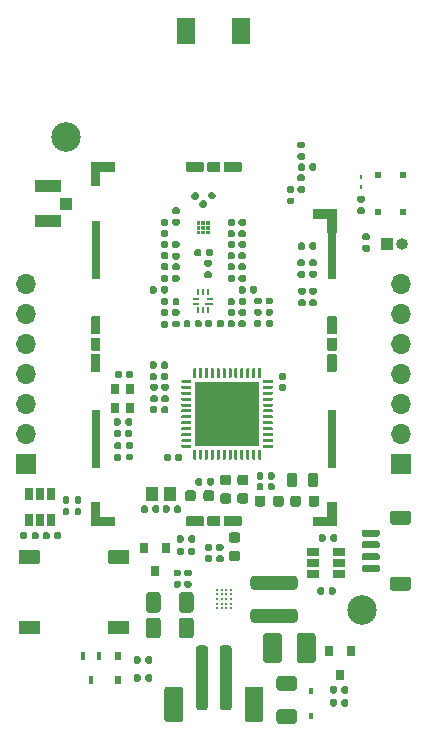
<source format=gts>
G04 #@! TF.GenerationSoftware,KiCad,Pcbnew,(5.1.7)-1*
G04 #@! TF.CreationDate,2021-07-01T14:18:12+04:00*
G04 #@! TF.ProjectId,pcb-stm32wl,7063622d-7374-46d3-9332-776c2e6b6963,1.1*
G04 #@! TF.SameCoordinates,PX8f0d180PY6422c40*
G04 #@! TF.FileFunction,Soldermask,Top*
G04 #@! TF.FilePolarity,Negative*
%FSLAX46Y46*%
G04 Gerber Fmt 4.6, Leading zero omitted, Abs format (unit mm)*
G04 Created by KiCad (PCBNEW (5.1.7)-1) date 2021-07-01 14:18:12*
%MOMM*%
%LPD*%
G01*
G04 APERTURE LIST*
%ADD10C,0.300000*%
%ADD11R,0.500000X0.710000*%
%ADD12R,0.800000X0.900000*%
%ADD13C,0.100000*%
%ADD14R,0.800000X5.000000*%
%ADD15R,1.650000X2.300000*%
%ADD16R,0.563000X0.225000*%
%ADD17R,0.225000X0.563000*%
%ADD18R,0.663000X0.225000*%
%ADD19R,5.450000X5.450000*%
%ADD20R,1.060000X0.650000*%
%ADD21R,1.000000X1.000000*%
%ADD22O,1.000000X1.000000*%
%ADD23R,1.700000X1.700000*%
%ADD24O,1.700000X1.700000*%
%ADD25C,2.500000*%
%ADD26R,0.450000X0.700000*%
%ADD27R,0.650000X1.060000*%
%ADD28R,0.450000X0.600000*%
%ADD29R,0.250000X0.360000*%
%ADD30R,2.200000X1.050000*%
%ADD31R,1.050000X1.000000*%
%ADD32R,1.000000X1.250000*%
%ADD33R,0.550000X0.500000*%
G04 APERTURE END LIST*
G36*
G01*
X-2030000Y-18120000D02*
X-2370000Y-18120000D01*
G75*
G02*
X-2510000Y-17980000I0J140000D01*
G01*
X-2510000Y-17700000D01*
G75*
G02*
X-2370000Y-17560000I140000J0D01*
G01*
X-2030000Y-17560000D01*
G75*
G02*
X-1890000Y-17700000I0J-140000D01*
G01*
X-1890000Y-17980000D01*
G75*
G02*
X-2030000Y-18120000I-140000J0D01*
G01*
G37*
G36*
G01*
X-2030000Y-17160000D02*
X-2370000Y-17160000D01*
G75*
G02*
X-2510000Y-17020000I0J140000D01*
G01*
X-2510000Y-16740000D01*
G75*
G02*
X-2370000Y-16600000I140000J0D01*
G01*
X-2030000Y-16600000D01*
G75*
G02*
X-1890000Y-16740000I0J-140000D01*
G01*
X-1890000Y-17020000D01*
G75*
G02*
X-2030000Y-17160000I-140000J0D01*
G01*
G37*
G36*
G01*
X-630200Y12105000D02*
X-369800Y12105000D01*
G75*
G02*
X-345000Y12080200I0J-24800D01*
G01*
X-345000Y11819800D01*
G75*
G02*
X-369800Y11795000I-24800J0D01*
G01*
X-630200Y11795000D01*
G75*
G02*
X-655000Y11819800I0J24800D01*
G01*
X-655000Y12080200D01*
G75*
G02*
X-630200Y12105000I24800J0D01*
G01*
G37*
G36*
G01*
X-630200Y12505000D02*
X-369800Y12505000D01*
G75*
G02*
X-345000Y12480200I0J-24800D01*
G01*
X-345000Y12219800D01*
G75*
G02*
X-369800Y12195000I-24800J0D01*
G01*
X-630200Y12195000D01*
G75*
G02*
X-655000Y12219800I0J24800D01*
G01*
X-655000Y12480200D01*
G75*
G02*
X-630200Y12505000I24800J0D01*
G01*
G37*
G36*
G01*
X-630200Y12905000D02*
X-369800Y12905000D01*
G75*
G02*
X-345000Y12880200I0J-24800D01*
G01*
X-345000Y12619800D01*
G75*
G02*
X-369800Y12595000I-24800J0D01*
G01*
X-630200Y12595000D01*
G75*
G02*
X-655000Y12619800I0J24800D01*
G01*
X-655000Y12880200D01*
G75*
G02*
X-630200Y12905000I24800J0D01*
G01*
G37*
G36*
G01*
X-1030200Y12905000D02*
X-769800Y12905000D01*
G75*
G02*
X-745000Y12880200I0J-24800D01*
G01*
X-745000Y12619800D01*
G75*
G02*
X-769800Y12595000I-24800J0D01*
G01*
X-1030200Y12595000D01*
G75*
G02*
X-1055000Y12619800I0J24800D01*
G01*
X-1055000Y12880200D01*
G75*
G02*
X-1030200Y12905000I24800J0D01*
G01*
G37*
G36*
G01*
X-1430200Y12905000D02*
X-1169800Y12905000D01*
G75*
G02*
X-1145000Y12880200I0J-24800D01*
G01*
X-1145000Y12619800D01*
G75*
G02*
X-1169800Y12595000I-24800J0D01*
G01*
X-1430200Y12595000D01*
G75*
G02*
X-1455000Y12619800I0J24800D01*
G01*
X-1455000Y12880200D01*
G75*
G02*
X-1430200Y12905000I24800J0D01*
G01*
G37*
G36*
G01*
X-1430200Y12505000D02*
X-1169800Y12505000D01*
G75*
G02*
X-1145000Y12480200I0J-24800D01*
G01*
X-1145000Y12219800D01*
G75*
G02*
X-1169800Y12195000I-24800J0D01*
G01*
X-1430200Y12195000D01*
G75*
G02*
X-1455000Y12219800I0J24800D01*
G01*
X-1455000Y12480200D01*
G75*
G02*
X-1430200Y12505000I24800J0D01*
G01*
G37*
G36*
G01*
X-1430200Y12105000D02*
X-1169800Y12105000D01*
G75*
G02*
X-1145000Y12080200I0J-24800D01*
G01*
X-1145000Y11819800D01*
G75*
G02*
X-1169800Y11795000I-24800J0D01*
G01*
X-1430200Y11795000D01*
G75*
G02*
X-1455000Y11819800I0J24800D01*
G01*
X-1455000Y12080200D01*
G75*
G02*
X-1430200Y12105000I24800J0D01*
G01*
G37*
G36*
G01*
X-1030200Y12105000D02*
X-769800Y12105000D01*
G75*
G02*
X-745000Y12080200I0J-24800D01*
G01*
X-745000Y11819800D01*
G75*
G02*
X-769800Y11795000I-24800J0D01*
G01*
X-1030200Y11795000D01*
G75*
G02*
X-1055000Y11819800I0J24800D01*
G01*
X-1055000Y12080200D01*
G75*
G02*
X-1030200Y12105000I24800J0D01*
G01*
G37*
G36*
G01*
X-1030200Y12505000D02*
X-769800Y12505000D01*
G75*
G02*
X-745000Y12480200I0J-24800D01*
G01*
X-745000Y12219800D01*
G75*
G02*
X-769800Y12195000I-24800J0D01*
G01*
X-1030200Y12195000D01*
G75*
G02*
X-1055000Y12219800I0J24800D01*
G01*
X-1055000Y12480200D01*
G75*
G02*
X-1030200Y12505000I24800J0D01*
G01*
G37*
D10*
X1450000Y-19880000D03*
X1050000Y-19880000D03*
X650000Y-19880000D03*
X250000Y-19880000D03*
X1450000Y-19480000D03*
X1050000Y-19480000D03*
X650000Y-19480000D03*
X250000Y-19480000D03*
X1450000Y-19080000D03*
X1050000Y-19080000D03*
X650000Y-19080000D03*
X250000Y-19080000D03*
X1450000Y-18680000D03*
X1050000Y-18680000D03*
X650000Y-18680000D03*
X250000Y-18680000D03*
X1450000Y-18280000D03*
X1050000Y-18280000D03*
X650000Y-18280000D03*
X250000Y-18280000D03*
D11*
X-8120000Y-25915000D03*
X-8120000Y-23925000D03*
G36*
G01*
X8000000Y-9480000D02*
X8000000Y-8520000D01*
G75*
G02*
X8120000Y-8400000I120000J0D01*
G01*
X8680000Y-8400000D01*
G75*
G02*
X8800000Y-8520000I0J-120000D01*
G01*
X8800000Y-9480000D01*
G75*
G02*
X8680000Y-9600000I-120000J0D01*
G01*
X8120000Y-9600000D01*
G75*
G02*
X8000000Y-9480000I0J120000D01*
G01*
G37*
G36*
G01*
X6200000Y-9480000D02*
X6200000Y-8520000D01*
G75*
G02*
X6320000Y-8400000I120000J0D01*
G01*
X6880000Y-8400000D01*
G75*
G02*
X7000000Y-8520000I0J-120000D01*
G01*
X7000000Y-9480000D01*
G75*
G02*
X6880000Y-9600000I-120000J0D01*
G01*
X6320000Y-9600000D01*
G75*
G02*
X6200000Y-9480000I0J120000D01*
G01*
G37*
G36*
G01*
X-2350000Y17152800D02*
X-2350000Y17847200D01*
G75*
G02*
X-2297200Y17900000I52800J0D01*
G01*
X-902800Y17900000D01*
G75*
G02*
X-850000Y17847200I0J-52800D01*
G01*
X-850000Y17152800D01*
G75*
G02*
X-902800Y17100000I-52800J0D01*
G01*
X-2297200Y17100000D01*
G75*
G02*
X-2350000Y17152800I0J52800D01*
G01*
G37*
G36*
G01*
X850000Y17152800D02*
X850000Y17847200D01*
G75*
G02*
X902800Y17900000I52800J0D01*
G01*
X2297200Y17900000D01*
G75*
G02*
X2350000Y17847200I0J-52800D01*
G01*
X2350000Y17152800D01*
G75*
G02*
X2297200Y17100000I-52800J0D01*
G01*
X902800Y17100000D01*
G75*
G02*
X850000Y17152800I0J52800D01*
G01*
G37*
G36*
G01*
X-550000Y17152800D02*
X-550000Y17847200D01*
G75*
G02*
X-497200Y17900000I52800J0D01*
G01*
X497200Y17900000D01*
G75*
G02*
X550000Y17847200I0J-52800D01*
G01*
X550000Y17152800D01*
G75*
G02*
X497200Y17100000I-52800J0D01*
G01*
X-497200Y17100000D01*
G75*
G02*
X-550000Y17152800I0J52800D01*
G01*
G37*
G36*
G01*
X-9652800Y150000D02*
X-10347200Y150000D01*
G75*
G02*
X-10400000Y202800I0J52800D01*
G01*
X-10400000Y1597200D01*
G75*
G02*
X-10347200Y1650000I52800J0D01*
G01*
X-9652800Y1650000D01*
G75*
G02*
X-9600000Y1597200I0J-52800D01*
G01*
X-9600000Y202800D01*
G75*
G02*
X-9652800Y150000I-52800J0D01*
G01*
G37*
G36*
G01*
X-9652800Y3350000D02*
X-10347200Y3350000D01*
G75*
G02*
X-10400000Y3402800I0J52800D01*
G01*
X-10400000Y4797200D01*
G75*
G02*
X-10347200Y4850000I52800J0D01*
G01*
X-9652800Y4850000D01*
G75*
G02*
X-9600000Y4797200I0J-52800D01*
G01*
X-9600000Y3402800D01*
G75*
G02*
X-9652800Y3350000I-52800J0D01*
G01*
G37*
G36*
G01*
X-9652800Y1950000D02*
X-10347200Y1950000D01*
G75*
G02*
X-10400000Y2002800I0J52800D01*
G01*
X-10400000Y2997200D01*
G75*
G02*
X-10347200Y3050000I52800J0D01*
G01*
X-9652800Y3050000D01*
G75*
G02*
X-9600000Y2997200I0J-52800D01*
G01*
X-9600000Y2002800D01*
G75*
G02*
X-9652800Y1950000I-52800J0D01*
G01*
G37*
G36*
G01*
X-2350000Y-12837200D02*
X-2350000Y-12142800D01*
G75*
G02*
X-2297200Y-12090000I52800J0D01*
G01*
X-902800Y-12090000D01*
G75*
G02*
X-850000Y-12142800I0J-52800D01*
G01*
X-850000Y-12837200D01*
G75*
G02*
X-902800Y-12890000I-52800J0D01*
G01*
X-2297200Y-12890000D01*
G75*
G02*
X-2350000Y-12837200I0J52800D01*
G01*
G37*
G36*
G01*
X850000Y-12837200D02*
X850000Y-12142800D01*
G75*
G02*
X902800Y-12090000I52800J0D01*
G01*
X2297200Y-12090000D01*
G75*
G02*
X2350000Y-12142800I0J-52800D01*
G01*
X2350000Y-12837200D01*
G75*
G02*
X2297200Y-12890000I-52800J0D01*
G01*
X902800Y-12890000D01*
G75*
G02*
X850000Y-12837200I0J52800D01*
G01*
G37*
G36*
G01*
X-550000Y-12837200D02*
X-550000Y-12142800D01*
G75*
G02*
X-497200Y-12090000I52800J0D01*
G01*
X497200Y-12090000D01*
G75*
G02*
X550000Y-12142800I0J-52800D01*
G01*
X550000Y-12837200D01*
G75*
G02*
X497200Y-12890000I-52800J0D01*
G01*
X-497200Y-12890000D01*
G75*
G02*
X-550000Y-12837200I0J52800D01*
G01*
G37*
G36*
G01*
X10347200Y150000D02*
X9652800Y150000D01*
G75*
G02*
X9600000Y202800I0J52800D01*
G01*
X9600000Y1597200D01*
G75*
G02*
X9652800Y1650000I52800J0D01*
G01*
X10347200Y1650000D01*
G75*
G02*
X10400000Y1597200I0J-52800D01*
G01*
X10400000Y202800D01*
G75*
G02*
X10347200Y150000I-52800J0D01*
G01*
G37*
G36*
G01*
X10347200Y3350000D02*
X9652800Y3350000D01*
G75*
G02*
X9600000Y3402800I0J52800D01*
G01*
X9600000Y4797200D01*
G75*
G02*
X9652800Y4850000I52800J0D01*
G01*
X10347200Y4850000D01*
G75*
G02*
X10400000Y4797200I0J-52800D01*
G01*
X10400000Y3402800D01*
G75*
G02*
X10347200Y3350000I-52800J0D01*
G01*
G37*
G36*
G01*
X10347200Y1950000D02*
X9652800Y1950000D01*
G75*
G02*
X9600000Y2002800I0J52800D01*
G01*
X9600000Y2997200D01*
G75*
G02*
X9652800Y3050000I52800J0D01*
G01*
X10347200Y3050000D01*
G75*
G02*
X10400000Y2997200I0J-52800D01*
G01*
X10400000Y2002800D01*
G75*
G02*
X10347200Y1950000I-52800J0D01*
G01*
G37*
D12*
X-8355300Y-2939500D03*
X-7105300Y-1289500D03*
X-8355300Y-1289500D03*
X-7105300Y-2939500D03*
G36*
G01*
X3400000Y-19900000D02*
X6800000Y-19900000D01*
G75*
G02*
X7100000Y-20200000I0J-300000D01*
G01*
X7100000Y-20800000D01*
G75*
G02*
X6800000Y-21100000I-300000J0D01*
G01*
X3400000Y-21100000D01*
G75*
G02*
X3100000Y-20800000I0J300000D01*
G01*
X3100000Y-20200000D01*
G75*
G02*
X3400000Y-19900000I300000J0D01*
G01*
G37*
G36*
G01*
X3400000Y-17100000D02*
X6800000Y-17100000D01*
G75*
G02*
X7100000Y-17400000I0J-300000D01*
G01*
X7100000Y-18000000D01*
G75*
G02*
X6800000Y-18300000I-300000J0D01*
G01*
X3400000Y-18300000D01*
G75*
G02*
X3100000Y-18000000I0J300000D01*
G01*
X3100000Y-17400000D01*
G75*
G02*
X3400000Y-17100000I300000J0D01*
G01*
G37*
G36*
G01*
X-16520000Y-21986000D02*
X-16520000Y-20974000D01*
G75*
G02*
X-16451000Y-20905000I69000J0D01*
G01*
X-14809000Y-20905000D01*
G75*
G02*
X-14740000Y-20974000I0J-69000D01*
G01*
X-14740000Y-21986000D01*
G75*
G02*
X-14809000Y-22055000I-69000J0D01*
G01*
X-16451000Y-22055000D01*
G75*
G02*
X-16520000Y-21986000I0J69000D01*
G01*
G37*
G36*
G01*
X-16520000Y-16026000D02*
X-16520000Y-15014000D01*
G75*
G02*
X-16451000Y-14945000I69000J0D01*
G01*
X-14809000Y-14945000D01*
G75*
G02*
X-14740000Y-15014000I0J-69000D01*
G01*
X-14740000Y-16026000D01*
G75*
G02*
X-14809000Y-16095000I-69000J0D01*
G01*
X-16451000Y-16095000D01*
G75*
G02*
X-16520000Y-16026000I0J69000D01*
G01*
G37*
G36*
G01*
X-8960000Y-21986000D02*
X-8960000Y-20974000D01*
G75*
G02*
X-8891000Y-20905000I69000J0D01*
G01*
X-7249000Y-20905000D01*
G75*
G02*
X-7180000Y-20974000I0J-69000D01*
G01*
X-7180000Y-21986000D01*
G75*
G02*
X-7249000Y-22055000I-69000J0D01*
G01*
X-8891000Y-22055000D01*
G75*
G02*
X-8960000Y-21986000I0J69000D01*
G01*
G37*
G36*
G01*
X-8960000Y-16026000D02*
X-8960000Y-15014000D01*
G75*
G02*
X-8891000Y-14945000I69000J0D01*
G01*
X-7249000Y-14945000D01*
G75*
G02*
X-7180000Y-15014000I0J-69000D01*
G01*
X-7180000Y-16026000D01*
G75*
G02*
X-7249000Y-16095000I-69000J0D01*
G01*
X-8891000Y-16095000D01*
G75*
G02*
X-8960000Y-16026000I0J69000D01*
G01*
G37*
D13*
G36*
X10400000Y13900000D02*
G01*
X10400000Y11900000D01*
X9600000Y11900000D01*
X9600000Y13100000D01*
X8400000Y13100000D01*
X8400000Y13900000D01*
X10400000Y13900000D01*
G37*
G36*
X-10400000Y17900000D02*
G01*
X-8400000Y17900000D01*
X-8400000Y17100000D01*
X-9600000Y17100000D01*
X-9600000Y15900000D01*
X-10400000Y15900000D01*
X-10400000Y17900000D01*
G37*
G36*
X-10400000Y-12900000D02*
G01*
X-10400000Y-10900000D01*
X-9600000Y-10900000D01*
X-9600000Y-12100000D01*
X-8400000Y-12100000D01*
X-8400000Y-12900000D01*
X-10400000Y-12900000D01*
G37*
G36*
X10400000Y-12900000D02*
G01*
X8400000Y-12900000D01*
X8400000Y-12100000D01*
X9600000Y-12100000D01*
X9600000Y-10900000D01*
X10400000Y-10900000D01*
X10400000Y-12900000D01*
G37*
D14*
X10000000Y10500000D03*
X-10000000Y-5500000D03*
X-10000000Y10500000D03*
X10000000Y-5500000D03*
D15*
X-2325000Y29000000D03*
X2325000Y29000000D03*
G36*
G01*
X-11788000Y-11869000D02*
X-11788000Y-11499000D01*
G75*
G02*
X-11653000Y-11364000I135000J0D01*
G01*
X-11383000Y-11364000D01*
G75*
G02*
X-11248000Y-11499000I0J-135000D01*
G01*
X-11248000Y-11869000D01*
G75*
G02*
X-11383000Y-12004000I-135000J0D01*
G01*
X-11653000Y-12004000D01*
G75*
G02*
X-11788000Y-11869000I0J135000D01*
G01*
G37*
G36*
G01*
X-12808000Y-11869000D02*
X-12808000Y-11499000D01*
G75*
G02*
X-12673000Y-11364000I135000J0D01*
G01*
X-12403000Y-11364000D01*
G75*
G02*
X-12268000Y-11499000I0J-135000D01*
G01*
X-12268000Y-11869000D01*
G75*
G02*
X-12403000Y-12004000I-135000J0D01*
G01*
X-12673000Y-12004000D01*
G75*
G02*
X-12808000Y-11869000I0J135000D01*
G01*
G37*
D16*
X-350500Y6337000D03*
D17*
X-519000Y6905500D03*
X-919000Y6905500D03*
X-1319000Y6905500D03*
D16*
X-1487500Y6337000D03*
X-1487500Y5937000D03*
D17*
X-1319000Y5368500D03*
X-919000Y5368500D03*
X-519000Y5368500D03*
D18*
X-400500Y5937000D03*
G36*
G01*
X4995000Y-6096000D02*
X4995000Y-6221000D01*
G75*
G02*
X4932500Y-6283500I-62500J0D01*
G01*
X4207500Y-6283500D01*
G75*
G02*
X4145000Y-6221000I0J62500D01*
G01*
X4145000Y-6096000D01*
G75*
G02*
X4207500Y-6033500I62500J0D01*
G01*
X4932500Y-6033500D01*
G75*
G02*
X4995000Y-6096000I0J-62500D01*
G01*
G37*
G36*
G01*
X4995000Y-5596000D02*
X4995000Y-5721000D01*
G75*
G02*
X4932500Y-5783500I-62500J0D01*
G01*
X4207500Y-5783500D01*
G75*
G02*
X4145000Y-5721000I0J62500D01*
G01*
X4145000Y-5596000D01*
G75*
G02*
X4207500Y-5533500I62500J0D01*
G01*
X4932500Y-5533500D01*
G75*
G02*
X4995000Y-5596000I0J-62500D01*
G01*
G37*
G36*
G01*
X4995000Y-5096000D02*
X4995000Y-5221000D01*
G75*
G02*
X4932500Y-5283500I-62500J0D01*
G01*
X4207500Y-5283500D01*
G75*
G02*
X4145000Y-5221000I0J62500D01*
G01*
X4145000Y-5096000D01*
G75*
G02*
X4207500Y-5033500I62500J0D01*
G01*
X4932500Y-5033500D01*
G75*
G02*
X4995000Y-5096000I0J-62500D01*
G01*
G37*
G36*
G01*
X4995000Y-4596000D02*
X4995000Y-4721000D01*
G75*
G02*
X4932500Y-4783500I-62500J0D01*
G01*
X4207500Y-4783500D01*
G75*
G02*
X4145000Y-4721000I0J62500D01*
G01*
X4145000Y-4596000D01*
G75*
G02*
X4207500Y-4533500I62500J0D01*
G01*
X4932500Y-4533500D01*
G75*
G02*
X4995000Y-4596000I0J-62500D01*
G01*
G37*
G36*
G01*
X4995000Y-4096000D02*
X4995000Y-4221000D01*
G75*
G02*
X4932500Y-4283500I-62500J0D01*
G01*
X4207500Y-4283500D01*
G75*
G02*
X4145000Y-4221000I0J62500D01*
G01*
X4145000Y-4096000D01*
G75*
G02*
X4207500Y-4033500I62500J0D01*
G01*
X4932500Y-4033500D01*
G75*
G02*
X4995000Y-4096000I0J-62500D01*
G01*
G37*
G36*
G01*
X4995000Y-3596000D02*
X4995000Y-3721000D01*
G75*
G02*
X4932500Y-3783500I-62500J0D01*
G01*
X4207500Y-3783500D01*
G75*
G02*
X4145000Y-3721000I0J62500D01*
G01*
X4145000Y-3596000D01*
G75*
G02*
X4207500Y-3533500I62500J0D01*
G01*
X4932500Y-3533500D01*
G75*
G02*
X4995000Y-3596000I0J-62500D01*
G01*
G37*
G36*
G01*
X4995000Y-3096000D02*
X4995000Y-3221000D01*
G75*
G02*
X4932500Y-3283500I-62500J0D01*
G01*
X4207500Y-3283500D01*
G75*
G02*
X4145000Y-3221000I0J62500D01*
G01*
X4145000Y-3096000D01*
G75*
G02*
X4207500Y-3033500I62500J0D01*
G01*
X4932500Y-3033500D01*
G75*
G02*
X4995000Y-3096000I0J-62500D01*
G01*
G37*
G36*
G01*
X4995000Y-2596000D02*
X4995000Y-2721000D01*
G75*
G02*
X4932500Y-2783500I-62500J0D01*
G01*
X4207500Y-2783500D01*
G75*
G02*
X4145000Y-2721000I0J62500D01*
G01*
X4145000Y-2596000D01*
G75*
G02*
X4207500Y-2533500I62500J0D01*
G01*
X4932500Y-2533500D01*
G75*
G02*
X4995000Y-2596000I0J-62500D01*
G01*
G37*
G36*
G01*
X4995000Y-2096000D02*
X4995000Y-2221000D01*
G75*
G02*
X4932500Y-2283500I-62500J0D01*
G01*
X4207500Y-2283500D01*
G75*
G02*
X4145000Y-2221000I0J62500D01*
G01*
X4145000Y-2096000D01*
G75*
G02*
X4207500Y-2033500I62500J0D01*
G01*
X4932500Y-2033500D01*
G75*
G02*
X4995000Y-2096000I0J-62500D01*
G01*
G37*
G36*
G01*
X4995000Y-1596000D02*
X4995000Y-1721000D01*
G75*
G02*
X4932500Y-1783500I-62500J0D01*
G01*
X4207500Y-1783500D01*
G75*
G02*
X4145000Y-1721000I0J62500D01*
G01*
X4145000Y-1596000D01*
G75*
G02*
X4207500Y-1533500I62500J0D01*
G01*
X4932500Y-1533500D01*
G75*
G02*
X4995000Y-1596000I0J-62500D01*
G01*
G37*
G36*
G01*
X4995000Y-1096000D02*
X4995000Y-1221000D01*
G75*
G02*
X4932500Y-1283500I-62500J0D01*
G01*
X4207500Y-1283500D01*
G75*
G02*
X4145000Y-1221000I0J62500D01*
G01*
X4145000Y-1096000D01*
G75*
G02*
X4207500Y-1033500I62500J0D01*
G01*
X4932500Y-1033500D01*
G75*
G02*
X4995000Y-1096000I0J-62500D01*
G01*
G37*
G36*
G01*
X4995000Y-596000D02*
X4995000Y-721000D01*
G75*
G02*
X4932500Y-783500I-62500J0D01*
G01*
X4207500Y-783500D01*
G75*
G02*
X4145000Y-721000I0J62500D01*
G01*
X4145000Y-596000D01*
G75*
G02*
X4207500Y-533500I62500J0D01*
G01*
X4932500Y-533500D01*
G75*
G02*
X4995000Y-596000I0J-62500D01*
G01*
G37*
G36*
G01*
X3995000Y404000D02*
X3995000Y-321000D01*
G75*
G02*
X3932500Y-383500I-62500J0D01*
G01*
X3807500Y-383500D01*
G75*
G02*
X3745000Y-321000I0J62500D01*
G01*
X3745000Y404000D01*
G75*
G02*
X3807500Y466500I62500J0D01*
G01*
X3932500Y466500D01*
G75*
G02*
X3995000Y404000I0J-62500D01*
G01*
G37*
G36*
G01*
X3495000Y404000D02*
X3495000Y-321000D01*
G75*
G02*
X3432500Y-383500I-62500J0D01*
G01*
X3307500Y-383500D01*
G75*
G02*
X3245000Y-321000I0J62500D01*
G01*
X3245000Y404000D01*
G75*
G02*
X3307500Y466500I62500J0D01*
G01*
X3432500Y466500D01*
G75*
G02*
X3495000Y404000I0J-62500D01*
G01*
G37*
G36*
G01*
X2995000Y404000D02*
X2995000Y-321000D01*
G75*
G02*
X2932500Y-383500I-62500J0D01*
G01*
X2807500Y-383500D01*
G75*
G02*
X2745000Y-321000I0J62500D01*
G01*
X2745000Y404000D01*
G75*
G02*
X2807500Y466500I62500J0D01*
G01*
X2932500Y466500D01*
G75*
G02*
X2995000Y404000I0J-62500D01*
G01*
G37*
G36*
G01*
X2495000Y404000D02*
X2495000Y-321000D01*
G75*
G02*
X2432500Y-383500I-62500J0D01*
G01*
X2307500Y-383500D01*
G75*
G02*
X2245000Y-321000I0J62500D01*
G01*
X2245000Y404000D01*
G75*
G02*
X2307500Y466500I62500J0D01*
G01*
X2432500Y466500D01*
G75*
G02*
X2495000Y404000I0J-62500D01*
G01*
G37*
G36*
G01*
X1995000Y404000D02*
X1995000Y-321000D01*
G75*
G02*
X1932500Y-383500I-62500J0D01*
G01*
X1807500Y-383500D01*
G75*
G02*
X1745000Y-321000I0J62500D01*
G01*
X1745000Y404000D01*
G75*
G02*
X1807500Y466500I62500J0D01*
G01*
X1932500Y466500D01*
G75*
G02*
X1995000Y404000I0J-62500D01*
G01*
G37*
G36*
G01*
X1495000Y404000D02*
X1495000Y-321000D01*
G75*
G02*
X1432500Y-383500I-62500J0D01*
G01*
X1307500Y-383500D01*
G75*
G02*
X1245000Y-321000I0J62500D01*
G01*
X1245000Y404000D01*
G75*
G02*
X1307500Y466500I62500J0D01*
G01*
X1432500Y466500D01*
G75*
G02*
X1495000Y404000I0J-62500D01*
G01*
G37*
G36*
G01*
X995000Y404000D02*
X995000Y-321000D01*
G75*
G02*
X932500Y-383500I-62500J0D01*
G01*
X807500Y-383500D01*
G75*
G02*
X745000Y-321000I0J62500D01*
G01*
X745000Y404000D01*
G75*
G02*
X807500Y466500I62500J0D01*
G01*
X932500Y466500D01*
G75*
G02*
X995000Y404000I0J-62500D01*
G01*
G37*
G36*
G01*
X495000Y404000D02*
X495000Y-321000D01*
G75*
G02*
X432500Y-383500I-62500J0D01*
G01*
X307500Y-383500D01*
G75*
G02*
X245000Y-321000I0J62500D01*
G01*
X245000Y404000D01*
G75*
G02*
X307500Y466500I62500J0D01*
G01*
X432500Y466500D01*
G75*
G02*
X495000Y404000I0J-62500D01*
G01*
G37*
G36*
G01*
X-5000Y404000D02*
X-5000Y-321000D01*
G75*
G02*
X-67500Y-383500I-62500J0D01*
G01*
X-192500Y-383500D01*
G75*
G02*
X-255000Y-321000I0J62500D01*
G01*
X-255000Y404000D01*
G75*
G02*
X-192500Y466500I62500J0D01*
G01*
X-67500Y466500D01*
G75*
G02*
X-5000Y404000I0J-62500D01*
G01*
G37*
G36*
G01*
X-505000Y404000D02*
X-505000Y-321000D01*
G75*
G02*
X-567500Y-383500I-62500J0D01*
G01*
X-692500Y-383500D01*
G75*
G02*
X-755000Y-321000I0J62500D01*
G01*
X-755000Y404000D01*
G75*
G02*
X-692500Y466500I62500J0D01*
G01*
X-567500Y466500D01*
G75*
G02*
X-505000Y404000I0J-62500D01*
G01*
G37*
G36*
G01*
X-1005000Y404000D02*
X-1005000Y-321000D01*
G75*
G02*
X-1067500Y-383500I-62500J0D01*
G01*
X-1192500Y-383500D01*
G75*
G02*
X-1255000Y-321000I0J62500D01*
G01*
X-1255000Y404000D01*
G75*
G02*
X-1192500Y466500I62500J0D01*
G01*
X-1067500Y466500D01*
G75*
G02*
X-1005000Y404000I0J-62500D01*
G01*
G37*
G36*
G01*
X-1505000Y404000D02*
X-1505000Y-321000D01*
G75*
G02*
X-1567500Y-383500I-62500J0D01*
G01*
X-1692500Y-383500D01*
G75*
G02*
X-1755000Y-321000I0J62500D01*
G01*
X-1755000Y404000D01*
G75*
G02*
X-1692500Y466500I62500J0D01*
G01*
X-1567500Y466500D01*
G75*
G02*
X-1505000Y404000I0J-62500D01*
G01*
G37*
G36*
G01*
X-1905000Y-596000D02*
X-1905000Y-721000D01*
G75*
G02*
X-1967500Y-783500I-62500J0D01*
G01*
X-2692500Y-783500D01*
G75*
G02*
X-2755000Y-721000I0J62500D01*
G01*
X-2755000Y-596000D01*
G75*
G02*
X-2692500Y-533500I62500J0D01*
G01*
X-1967500Y-533500D01*
G75*
G02*
X-1905000Y-596000I0J-62500D01*
G01*
G37*
G36*
G01*
X-1905000Y-1096000D02*
X-1905000Y-1221000D01*
G75*
G02*
X-1967500Y-1283500I-62500J0D01*
G01*
X-2692500Y-1283500D01*
G75*
G02*
X-2755000Y-1221000I0J62500D01*
G01*
X-2755000Y-1096000D01*
G75*
G02*
X-2692500Y-1033500I62500J0D01*
G01*
X-1967500Y-1033500D01*
G75*
G02*
X-1905000Y-1096000I0J-62500D01*
G01*
G37*
G36*
G01*
X-1905000Y-1596000D02*
X-1905000Y-1721000D01*
G75*
G02*
X-1967500Y-1783500I-62500J0D01*
G01*
X-2692500Y-1783500D01*
G75*
G02*
X-2755000Y-1721000I0J62500D01*
G01*
X-2755000Y-1596000D01*
G75*
G02*
X-2692500Y-1533500I62500J0D01*
G01*
X-1967500Y-1533500D01*
G75*
G02*
X-1905000Y-1596000I0J-62500D01*
G01*
G37*
G36*
G01*
X-1905000Y-2096000D02*
X-1905000Y-2221000D01*
G75*
G02*
X-1967500Y-2283500I-62500J0D01*
G01*
X-2692500Y-2283500D01*
G75*
G02*
X-2755000Y-2221000I0J62500D01*
G01*
X-2755000Y-2096000D01*
G75*
G02*
X-2692500Y-2033500I62500J0D01*
G01*
X-1967500Y-2033500D01*
G75*
G02*
X-1905000Y-2096000I0J-62500D01*
G01*
G37*
G36*
G01*
X-1905000Y-2596000D02*
X-1905000Y-2721000D01*
G75*
G02*
X-1967500Y-2783500I-62500J0D01*
G01*
X-2692500Y-2783500D01*
G75*
G02*
X-2755000Y-2721000I0J62500D01*
G01*
X-2755000Y-2596000D01*
G75*
G02*
X-2692500Y-2533500I62500J0D01*
G01*
X-1967500Y-2533500D01*
G75*
G02*
X-1905000Y-2596000I0J-62500D01*
G01*
G37*
G36*
G01*
X-1905000Y-3096000D02*
X-1905000Y-3221000D01*
G75*
G02*
X-1967500Y-3283500I-62500J0D01*
G01*
X-2692500Y-3283500D01*
G75*
G02*
X-2755000Y-3221000I0J62500D01*
G01*
X-2755000Y-3096000D01*
G75*
G02*
X-2692500Y-3033500I62500J0D01*
G01*
X-1967500Y-3033500D01*
G75*
G02*
X-1905000Y-3096000I0J-62500D01*
G01*
G37*
G36*
G01*
X-1905000Y-3596000D02*
X-1905000Y-3721000D01*
G75*
G02*
X-1967500Y-3783500I-62500J0D01*
G01*
X-2692500Y-3783500D01*
G75*
G02*
X-2755000Y-3721000I0J62500D01*
G01*
X-2755000Y-3596000D01*
G75*
G02*
X-2692500Y-3533500I62500J0D01*
G01*
X-1967500Y-3533500D01*
G75*
G02*
X-1905000Y-3596000I0J-62500D01*
G01*
G37*
G36*
G01*
X-1905000Y-4096000D02*
X-1905000Y-4221000D01*
G75*
G02*
X-1967500Y-4283500I-62500J0D01*
G01*
X-2692500Y-4283500D01*
G75*
G02*
X-2755000Y-4221000I0J62500D01*
G01*
X-2755000Y-4096000D01*
G75*
G02*
X-2692500Y-4033500I62500J0D01*
G01*
X-1967500Y-4033500D01*
G75*
G02*
X-1905000Y-4096000I0J-62500D01*
G01*
G37*
G36*
G01*
X-1905000Y-4596000D02*
X-1905000Y-4721000D01*
G75*
G02*
X-1967500Y-4783500I-62500J0D01*
G01*
X-2692500Y-4783500D01*
G75*
G02*
X-2755000Y-4721000I0J62500D01*
G01*
X-2755000Y-4596000D01*
G75*
G02*
X-2692500Y-4533500I62500J0D01*
G01*
X-1967500Y-4533500D01*
G75*
G02*
X-1905000Y-4596000I0J-62500D01*
G01*
G37*
G36*
G01*
X-1905000Y-5096000D02*
X-1905000Y-5221000D01*
G75*
G02*
X-1967500Y-5283500I-62500J0D01*
G01*
X-2692500Y-5283500D01*
G75*
G02*
X-2755000Y-5221000I0J62500D01*
G01*
X-2755000Y-5096000D01*
G75*
G02*
X-2692500Y-5033500I62500J0D01*
G01*
X-1967500Y-5033500D01*
G75*
G02*
X-1905000Y-5096000I0J-62500D01*
G01*
G37*
G36*
G01*
X-1905000Y-5596000D02*
X-1905000Y-5721000D01*
G75*
G02*
X-1967500Y-5783500I-62500J0D01*
G01*
X-2692500Y-5783500D01*
G75*
G02*
X-2755000Y-5721000I0J62500D01*
G01*
X-2755000Y-5596000D01*
G75*
G02*
X-2692500Y-5533500I62500J0D01*
G01*
X-1967500Y-5533500D01*
G75*
G02*
X-1905000Y-5596000I0J-62500D01*
G01*
G37*
G36*
G01*
X-1905000Y-6096000D02*
X-1905000Y-6221000D01*
G75*
G02*
X-1967500Y-6283500I-62500J0D01*
G01*
X-2692500Y-6283500D01*
G75*
G02*
X-2755000Y-6221000I0J62500D01*
G01*
X-2755000Y-6096000D01*
G75*
G02*
X-2692500Y-6033500I62500J0D01*
G01*
X-1967500Y-6033500D01*
G75*
G02*
X-1905000Y-6096000I0J-62500D01*
G01*
G37*
G36*
G01*
X-1505000Y-6496000D02*
X-1505000Y-7221000D01*
G75*
G02*
X-1567500Y-7283500I-62500J0D01*
G01*
X-1692500Y-7283500D01*
G75*
G02*
X-1755000Y-7221000I0J62500D01*
G01*
X-1755000Y-6496000D01*
G75*
G02*
X-1692500Y-6433500I62500J0D01*
G01*
X-1567500Y-6433500D01*
G75*
G02*
X-1505000Y-6496000I0J-62500D01*
G01*
G37*
G36*
G01*
X-1005000Y-6496000D02*
X-1005000Y-7221000D01*
G75*
G02*
X-1067500Y-7283500I-62500J0D01*
G01*
X-1192500Y-7283500D01*
G75*
G02*
X-1255000Y-7221000I0J62500D01*
G01*
X-1255000Y-6496000D01*
G75*
G02*
X-1192500Y-6433500I62500J0D01*
G01*
X-1067500Y-6433500D01*
G75*
G02*
X-1005000Y-6496000I0J-62500D01*
G01*
G37*
G36*
G01*
X-505000Y-6496000D02*
X-505000Y-7221000D01*
G75*
G02*
X-567500Y-7283500I-62500J0D01*
G01*
X-692500Y-7283500D01*
G75*
G02*
X-755000Y-7221000I0J62500D01*
G01*
X-755000Y-6496000D01*
G75*
G02*
X-692500Y-6433500I62500J0D01*
G01*
X-567500Y-6433500D01*
G75*
G02*
X-505000Y-6496000I0J-62500D01*
G01*
G37*
G36*
G01*
X-5000Y-6496000D02*
X-5000Y-7221000D01*
G75*
G02*
X-67500Y-7283500I-62500J0D01*
G01*
X-192500Y-7283500D01*
G75*
G02*
X-255000Y-7221000I0J62500D01*
G01*
X-255000Y-6496000D01*
G75*
G02*
X-192500Y-6433500I62500J0D01*
G01*
X-67500Y-6433500D01*
G75*
G02*
X-5000Y-6496000I0J-62500D01*
G01*
G37*
G36*
G01*
X495000Y-6496000D02*
X495000Y-7221000D01*
G75*
G02*
X432500Y-7283500I-62500J0D01*
G01*
X307500Y-7283500D01*
G75*
G02*
X245000Y-7221000I0J62500D01*
G01*
X245000Y-6496000D01*
G75*
G02*
X307500Y-6433500I62500J0D01*
G01*
X432500Y-6433500D01*
G75*
G02*
X495000Y-6496000I0J-62500D01*
G01*
G37*
G36*
G01*
X995000Y-6496000D02*
X995000Y-7221000D01*
G75*
G02*
X932500Y-7283500I-62500J0D01*
G01*
X807500Y-7283500D01*
G75*
G02*
X745000Y-7221000I0J62500D01*
G01*
X745000Y-6496000D01*
G75*
G02*
X807500Y-6433500I62500J0D01*
G01*
X932500Y-6433500D01*
G75*
G02*
X995000Y-6496000I0J-62500D01*
G01*
G37*
G36*
G01*
X1495000Y-6496000D02*
X1495000Y-7221000D01*
G75*
G02*
X1432500Y-7283500I-62500J0D01*
G01*
X1307500Y-7283500D01*
G75*
G02*
X1245000Y-7221000I0J62500D01*
G01*
X1245000Y-6496000D01*
G75*
G02*
X1307500Y-6433500I62500J0D01*
G01*
X1432500Y-6433500D01*
G75*
G02*
X1495000Y-6496000I0J-62500D01*
G01*
G37*
G36*
G01*
X1995000Y-6496000D02*
X1995000Y-7221000D01*
G75*
G02*
X1932500Y-7283500I-62500J0D01*
G01*
X1807500Y-7283500D01*
G75*
G02*
X1745000Y-7221000I0J62500D01*
G01*
X1745000Y-6496000D01*
G75*
G02*
X1807500Y-6433500I62500J0D01*
G01*
X1932500Y-6433500D01*
G75*
G02*
X1995000Y-6496000I0J-62500D01*
G01*
G37*
G36*
G01*
X2495000Y-6496000D02*
X2495000Y-7221000D01*
G75*
G02*
X2432500Y-7283500I-62500J0D01*
G01*
X2307500Y-7283500D01*
G75*
G02*
X2245000Y-7221000I0J62500D01*
G01*
X2245000Y-6496000D01*
G75*
G02*
X2307500Y-6433500I62500J0D01*
G01*
X2432500Y-6433500D01*
G75*
G02*
X2495000Y-6496000I0J-62500D01*
G01*
G37*
G36*
G01*
X2995000Y-6496000D02*
X2995000Y-7221000D01*
G75*
G02*
X2932500Y-7283500I-62500J0D01*
G01*
X2807500Y-7283500D01*
G75*
G02*
X2745000Y-7221000I0J62500D01*
G01*
X2745000Y-6496000D01*
G75*
G02*
X2807500Y-6433500I62500J0D01*
G01*
X2932500Y-6433500D01*
G75*
G02*
X2995000Y-6496000I0J-62500D01*
G01*
G37*
G36*
G01*
X3495000Y-6496000D02*
X3495000Y-7221000D01*
G75*
G02*
X3432500Y-7283500I-62500J0D01*
G01*
X3307500Y-7283500D01*
G75*
G02*
X3245000Y-7221000I0J62500D01*
G01*
X3245000Y-6496000D01*
G75*
G02*
X3307500Y-6433500I62500J0D01*
G01*
X3432500Y-6433500D01*
G75*
G02*
X3495000Y-6496000I0J-62500D01*
G01*
G37*
G36*
G01*
X3995000Y-6496000D02*
X3995000Y-7221000D01*
G75*
G02*
X3932500Y-7283500I-62500J0D01*
G01*
X3807500Y-7283500D01*
G75*
G02*
X3745000Y-7221000I0J62500D01*
G01*
X3745000Y-6496000D01*
G75*
G02*
X3807500Y-6433500I62500J0D01*
G01*
X3932500Y-6433500D01*
G75*
G02*
X3995000Y-6496000I0J-62500D01*
G01*
G37*
D19*
X1120000Y-3408500D03*
D20*
X8400000Y-15100000D03*
X8400000Y-16050000D03*
X8400000Y-17000000D03*
X10600000Y-17000000D03*
X10600000Y-15100000D03*
X10600000Y-16050000D03*
D12*
X-4050000Y-14750000D03*
X-5950000Y-14750000D03*
X-5000000Y-16750000D03*
G36*
G01*
X12727500Y11880000D02*
X13072500Y11880000D01*
G75*
G02*
X13220000Y11732500I0J-147500D01*
G01*
X13220000Y11437500D01*
G75*
G02*
X13072500Y11290000I-147500J0D01*
G01*
X12727500Y11290000D01*
G75*
G02*
X12580000Y11437500I0J147500D01*
G01*
X12580000Y11732500D01*
G75*
G02*
X12727500Y11880000I147500J0D01*
G01*
G37*
G36*
G01*
X12727500Y10910000D02*
X13072500Y10910000D01*
G75*
G02*
X13220000Y10762500I0J-147500D01*
G01*
X13220000Y10467500D01*
G75*
G02*
X13072500Y10320000I-147500J0D01*
G01*
X12727500Y10320000D01*
G75*
G02*
X12580000Y10467500I0J147500D01*
G01*
X12580000Y10762500D01*
G75*
G02*
X12727500Y10910000I147500J0D01*
G01*
G37*
G36*
G01*
X-11238000Y-10520000D02*
X-11238000Y-10890000D01*
G75*
G02*
X-11373000Y-11025000I-135000J0D01*
G01*
X-11643000Y-11025000D01*
G75*
G02*
X-11778000Y-10890000I0J135000D01*
G01*
X-11778000Y-10520000D01*
G75*
G02*
X-11643000Y-10385000I135000J0D01*
G01*
X-11373000Y-10385000D01*
G75*
G02*
X-11238000Y-10520000I0J-135000D01*
G01*
G37*
G36*
G01*
X-12258000Y-10520000D02*
X-12258000Y-10890000D01*
G75*
G02*
X-12393000Y-11025000I-135000J0D01*
G01*
X-12663000Y-11025000D01*
G75*
G02*
X-12798000Y-10890000I0J135000D01*
G01*
X-12798000Y-10520000D01*
G75*
G02*
X-12663000Y-10385000I135000J0D01*
G01*
X-12393000Y-10385000D01*
G75*
G02*
X-12258000Y-10520000I0J-135000D01*
G01*
G37*
D21*
X14700000Y11000000D03*
D22*
X15970000Y11000000D03*
D23*
X15875000Y-7620000D03*
D24*
X15875000Y-5080000D03*
X15875000Y-2540000D03*
X15875000Y0D03*
X15875000Y2540000D03*
X15875000Y5080000D03*
X15875000Y7620000D03*
G36*
G01*
X3621200Y-8831200D02*
X3621200Y-8491200D01*
G75*
G02*
X3761200Y-8351200I140000J0D01*
G01*
X4041200Y-8351200D01*
G75*
G02*
X4181200Y-8491200I0J-140000D01*
G01*
X4181200Y-8831200D01*
G75*
G02*
X4041200Y-8971200I-140000J0D01*
G01*
X3761200Y-8971200D01*
G75*
G02*
X3621200Y-8831200I0J140000D01*
G01*
G37*
G36*
G01*
X4581200Y-8831200D02*
X4581200Y-8491200D01*
G75*
G02*
X4721200Y-8351200I140000J0D01*
G01*
X5001200Y-8351200D01*
G75*
G02*
X5141200Y-8491200I0J-140000D01*
G01*
X5141200Y-8831200D01*
G75*
G02*
X5001200Y-8971200I-140000J0D01*
G01*
X4721200Y-8971200D01*
G75*
G02*
X4581200Y-8831200I0J140000D01*
G01*
G37*
G36*
G01*
X3461000Y-11044800D02*
X3461000Y-10544800D01*
G75*
G02*
X3686000Y-10319800I225000J0D01*
G01*
X4136000Y-10319800D01*
G75*
G02*
X4361000Y-10544800I0J-225000D01*
G01*
X4361000Y-11044800D01*
G75*
G02*
X4136000Y-11269800I-225000J0D01*
G01*
X3686000Y-11269800D01*
G75*
G02*
X3461000Y-11044800I0J225000D01*
G01*
G37*
G36*
G01*
X5011000Y-11044800D02*
X5011000Y-10544800D01*
G75*
G02*
X5236000Y-10319800I225000J0D01*
G01*
X5686000Y-10319800D01*
G75*
G02*
X5911000Y-10544800I0J-225000D01*
G01*
X5911000Y-11044800D01*
G75*
G02*
X5686000Y-11269800I-225000J0D01*
G01*
X5236000Y-11269800D01*
G75*
G02*
X5011000Y-11044800I0J225000D01*
G01*
G37*
G36*
G01*
X-2690000Y-6930000D02*
X-2690000Y-7270000D01*
G75*
G02*
X-2830000Y-7410000I-140000J0D01*
G01*
X-3110000Y-7410000D01*
G75*
G02*
X-3250000Y-7270000I0J140000D01*
G01*
X-3250000Y-6930000D01*
G75*
G02*
X-3110000Y-6790000I140000J0D01*
G01*
X-2830000Y-6790000D01*
G75*
G02*
X-2690000Y-6930000I0J-140000D01*
G01*
G37*
G36*
G01*
X-3650000Y-6930000D02*
X-3650000Y-7270000D01*
G75*
G02*
X-3790000Y-7410000I-140000J0D01*
G01*
X-4070000Y-7410000D01*
G75*
G02*
X-4210000Y-7270000I0J140000D01*
G01*
X-4210000Y-6930000D01*
G75*
G02*
X-4070000Y-6790000I140000J0D01*
G01*
X-3790000Y-6790000D01*
G75*
G02*
X-3650000Y-6930000I0J-140000D01*
G01*
G37*
G36*
G01*
X18200Y-10087600D02*
X18200Y-10587600D01*
G75*
G02*
X-206800Y-10812600I-225000J0D01*
G01*
X-656800Y-10812600D01*
G75*
G02*
X-881800Y-10587600I0J225000D01*
G01*
X-881800Y-10087600D01*
G75*
G02*
X-656800Y-9862600I225000J0D01*
G01*
X-206800Y-9862600D01*
G75*
G02*
X18200Y-10087600I0J-225000D01*
G01*
G37*
G36*
G01*
X-1531800Y-10087600D02*
X-1531800Y-10587600D01*
G75*
G02*
X-1756800Y-10812600I-225000J0D01*
G01*
X-2206800Y-10812600D01*
G75*
G02*
X-2431800Y-10587600I0J225000D01*
G01*
X-2431800Y-10087600D01*
G75*
G02*
X-2206800Y-9862600I225000J0D01*
G01*
X-1756800Y-9862600D01*
G75*
G02*
X-1531800Y-10087600I0J-225000D01*
G01*
G37*
G36*
G01*
X3621200Y-9745600D02*
X3621200Y-9405600D01*
G75*
G02*
X3761200Y-9265600I140000J0D01*
G01*
X4041200Y-9265600D01*
G75*
G02*
X4181200Y-9405600I0J-140000D01*
G01*
X4181200Y-9745600D01*
G75*
G02*
X4041200Y-9885600I-140000J0D01*
G01*
X3761200Y-9885600D01*
G75*
G02*
X3621200Y-9745600I0J140000D01*
G01*
G37*
G36*
G01*
X4581200Y-9745600D02*
X4581200Y-9405600D01*
G75*
G02*
X4721200Y-9265600I140000J0D01*
G01*
X5001200Y-9265600D01*
G75*
G02*
X5141200Y-9405600I0J-140000D01*
G01*
X5141200Y-9745600D01*
G75*
G02*
X5001200Y-9885600I-140000J0D01*
G01*
X4721200Y-9885600D01*
G75*
G02*
X4581200Y-9745600I0J140000D01*
G01*
G37*
G36*
G01*
X1500000Y-13425000D02*
X2000000Y-13425000D01*
G75*
G02*
X2225000Y-13650000I0J-225000D01*
G01*
X2225000Y-14100000D01*
G75*
G02*
X2000000Y-14325000I-225000J0D01*
G01*
X1500000Y-14325000D01*
G75*
G02*
X1275000Y-14100000I0J225000D01*
G01*
X1275000Y-13650000D01*
G75*
G02*
X1500000Y-13425000I225000J0D01*
G01*
G37*
G36*
G01*
X1500000Y-14975000D02*
X2000000Y-14975000D01*
G75*
G02*
X2225000Y-15200000I0J-225000D01*
G01*
X2225000Y-15650000D01*
G75*
G02*
X2000000Y-15875000I-225000J0D01*
G01*
X1500000Y-15875000D01*
G75*
G02*
X1275000Y-15650000I0J225000D01*
G01*
X1275000Y-15200000D01*
G75*
G02*
X1500000Y-14975000I225000J0D01*
G01*
G37*
G36*
G01*
X-2930000Y-18120000D02*
X-3270000Y-18120000D01*
G75*
G02*
X-3410000Y-17980000I0J140000D01*
G01*
X-3410000Y-17700000D01*
G75*
G02*
X-3270000Y-17560000I140000J0D01*
G01*
X-2930000Y-17560000D01*
G75*
G02*
X-2790000Y-17700000I0J-140000D01*
G01*
X-2790000Y-17980000D01*
G75*
G02*
X-2930000Y-18120000I-140000J0D01*
G01*
G37*
G36*
G01*
X-2930000Y-17160000D02*
X-3270000Y-17160000D01*
G75*
G02*
X-3410000Y-17020000I0J140000D01*
G01*
X-3410000Y-16740000D01*
G75*
G02*
X-3270000Y-16600000I140000J0D01*
G01*
X-2930000Y-16600000D01*
G75*
G02*
X-2790000Y-16740000I0J-140000D01*
G01*
X-2790000Y-17020000D01*
G75*
G02*
X-2930000Y-17160000I-140000J0D01*
G01*
G37*
D23*
X-15875000Y-7620000D03*
D24*
X-15875000Y-5080000D03*
X-15875000Y-2540000D03*
X-15875000Y0D03*
X-15875000Y2540000D03*
X-15875000Y5080000D03*
X-15875000Y7620000D03*
G36*
G01*
X-16401000Y-13888500D02*
X-16401000Y-13543500D01*
G75*
G02*
X-16253500Y-13396000I147500J0D01*
G01*
X-15958500Y-13396000D01*
G75*
G02*
X-15811000Y-13543500I0J-147500D01*
G01*
X-15811000Y-13888500D01*
G75*
G02*
X-15958500Y-14036000I-147500J0D01*
G01*
X-16253500Y-14036000D01*
G75*
G02*
X-16401000Y-13888500I0J147500D01*
G01*
G37*
G36*
G01*
X-15431000Y-13888500D02*
X-15431000Y-13543500D01*
G75*
G02*
X-15283500Y-13396000I147500J0D01*
G01*
X-14988500Y-13396000D01*
G75*
G02*
X-14841000Y-13543500I0J-147500D01*
G01*
X-14841000Y-13888500D01*
G75*
G02*
X-14988500Y-14036000I-147500J0D01*
G01*
X-15283500Y-14036000D01*
G75*
G02*
X-15431000Y-13888500I0J147500D01*
G01*
G37*
G36*
G01*
X9855000Y-14072500D02*
X9855000Y-13727500D01*
G75*
G02*
X10002500Y-13580000I147500J0D01*
G01*
X10297500Y-13580000D01*
G75*
G02*
X10445000Y-13727500I0J-147500D01*
G01*
X10445000Y-14072500D01*
G75*
G02*
X10297500Y-14220000I-147500J0D01*
G01*
X10002500Y-14220000D01*
G75*
G02*
X9855000Y-14072500I0J147500D01*
G01*
G37*
G36*
G01*
X8885000Y-14072500D02*
X8885000Y-13727500D01*
G75*
G02*
X9032500Y-13580000I147500J0D01*
G01*
X9327500Y-13580000D01*
G75*
G02*
X9475000Y-13727500I0J-147500D01*
G01*
X9475000Y-14072500D01*
G75*
G02*
X9327500Y-14220000I-147500J0D01*
G01*
X9032500Y-14220000D01*
G75*
G02*
X8885000Y-14072500I0J147500D01*
G01*
G37*
G36*
G01*
X-1570000Y-13827500D02*
X-1570000Y-14172500D01*
G75*
G02*
X-1717500Y-14320000I-147500J0D01*
G01*
X-2012500Y-14320000D01*
G75*
G02*
X-2160000Y-14172500I0J147500D01*
G01*
X-2160000Y-13827500D01*
G75*
G02*
X-2012500Y-13680000I147500J0D01*
G01*
X-1717500Y-13680000D01*
G75*
G02*
X-1570000Y-13827500I0J-147500D01*
G01*
G37*
G36*
G01*
X-2540000Y-13827500D02*
X-2540000Y-14172500D01*
G75*
G02*
X-2687500Y-14320000I-147500J0D01*
G01*
X-2982500Y-14320000D01*
G75*
G02*
X-3130000Y-14172500I0J147500D01*
G01*
X-3130000Y-13827500D01*
G75*
G02*
X-2982500Y-13680000I147500J0D01*
G01*
X-2687500Y-13680000D01*
G75*
G02*
X-2540000Y-13827500I0J-147500D01*
G01*
G37*
G36*
G01*
X672500Y-15010000D02*
X327500Y-15010000D01*
G75*
G02*
X180000Y-14862500I0J147500D01*
G01*
X180000Y-14567500D01*
G75*
G02*
X327500Y-14420000I147500J0D01*
G01*
X672500Y-14420000D01*
G75*
G02*
X820000Y-14567500I0J-147500D01*
G01*
X820000Y-14862500D01*
G75*
G02*
X672500Y-15010000I-147500J0D01*
G01*
G37*
G36*
G01*
X672500Y-15980000D02*
X327500Y-15980000D01*
G75*
G02*
X180000Y-15832500I0J147500D01*
G01*
X180000Y-15537500D01*
G75*
G02*
X327500Y-15390000I147500J0D01*
G01*
X672500Y-15390000D01*
G75*
G02*
X820000Y-15537500I0J-147500D01*
G01*
X820000Y-15832500D01*
G75*
G02*
X672500Y-15980000I-147500J0D01*
G01*
G37*
G36*
G01*
X-622500Y-15390000D02*
X-277500Y-15390000D01*
G75*
G02*
X-130000Y-15537500I0J-147500D01*
G01*
X-130000Y-15832500D01*
G75*
G02*
X-277500Y-15980000I-147500J0D01*
G01*
X-622500Y-15980000D01*
G75*
G02*
X-770000Y-15832500I0J147500D01*
G01*
X-770000Y-15537500D01*
G75*
G02*
X-622500Y-15390000I147500J0D01*
G01*
G37*
G36*
G01*
X-622500Y-14420000D02*
X-277500Y-14420000D01*
G75*
G02*
X-130000Y-14567500I0J-147500D01*
G01*
X-130000Y-14862500D01*
G75*
G02*
X-277500Y-15010000I-147500J0D01*
G01*
X-622500Y-15010000D01*
G75*
G02*
X-770000Y-14862500I0J147500D01*
G01*
X-770000Y-14567500D01*
G75*
G02*
X-622500Y-14420000I147500J0D01*
G01*
G37*
G36*
G01*
X-5000Y-8977500D02*
X-5000Y-9322500D01*
G75*
G02*
X-152500Y-9470000I-147500J0D01*
G01*
X-447500Y-9470000D01*
G75*
G02*
X-595000Y-9322500I0J147500D01*
G01*
X-595000Y-8977500D01*
G75*
G02*
X-447500Y-8830000I147500J0D01*
G01*
X-152500Y-8830000D01*
G75*
G02*
X-5000Y-8977500I0J-147500D01*
G01*
G37*
G36*
G01*
X-975000Y-8977500D02*
X-975000Y-9322500D01*
G75*
G02*
X-1122500Y-9470000I-147500J0D01*
G01*
X-1417500Y-9470000D01*
G75*
G02*
X-1565000Y-9322500I0J147500D01*
G01*
X-1565000Y-8977500D01*
G75*
G02*
X-1417500Y-8830000I147500J0D01*
G01*
X-1122500Y-8830000D01*
G75*
G02*
X-975000Y-8977500I0J-147500D01*
G01*
G37*
G36*
G01*
X-4904000Y-1447500D02*
X-5249000Y-1447500D01*
G75*
G02*
X-5396500Y-1300000I0J147500D01*
G01*
X-5396500Y-1005000D01*
G75*
G02*
X-5249000Y-857500I147500J0D01*
G01*
X-4904000Y-857500D01*
G75*
G02*
X-4756500Y-1005000I0J-147500D01*
G01*
X-4756500Y-1300000D01*
G75*
G02*
X-4904000Y-1447500I-147500J0D01*
G01*
G37*
G36*
G01*
X-4904000Y-2417500D02*
X-5249000Y-2417500D01*
G75*
G02*
X-5396500Y-2270000I0J147500D01*
G01*
X-5396500Y-1975000D01*
G75*
G02*
X-5249000Y-1827500I147500J0D01*
G01*
X-4904000Y-1827500D01*
G75*
G02*
X-4756500Y-1975000I0J-147500D01*
G01*
X-4756500Y-2270000D01*
G75*
G02*
X-4904000Y-2417500I-147500J0D01*
G01*
G37*
G36*
G01*
X-3951500Y-1447500D02*
X-4296500Y-1447500D01*
G75*
G02*
X-4444000Y-1300000I0J147500D01*
G01*
X-4444000Y-1005000D01*
G75*
G02*
X-4296500Y-857500I147500J0D01*
G01*
X-3951500Y-857500D01*
G75*
G02*
X-3804000Y-1005000I0J-147500D01*
G01*
X-3804000Y-1300000D01*
G75*
G02*
X-3951500Y-1447500I-147500J0D01*
G01*
G37*
G36*
G01*
X-3951500Y-2417500D02*
X-4296500Y-2417500D01*
G75*
G02*
X-4444000Y-2270000I0J147500D01*
G01*
X-4444000Y-1975000D01*
G75*
G02*
X-4296500Y-1827500I147500J0D01*
G01*
X-3951500Y-1827500D01*
G75*
G02*
X-3804000Y-1975000I0J-147500D01*
G01*
X-3804000Y-2270000D01*
G75*
G02*
X-3951500Y-2417500I-147500J0D01*
G01*
G37*
G36*
G01*
X5972500Y-1480000D02*
X5627500Y-1480000D01*
G75*
G02*
X5480000Y-1332500I0J147500D01*
G01*
X5480000Y-1037500D01*
G75*
G02*
X5627500Y-890000I147500J0D01*
G01*
X5972500Y-890000D01*
G75*
G02*
X6120000Y-1037500I0J-147500D01*
G01*
X6120000Y-1332500D01*
G75*
G02*
X5972500Y-1480000I-147500J0D01*
G01*
G37*
G36*
G01*
X5972500Y-510000D02*
X5627500Y-510000D01*
G75*
G02*
X5480000Y-362500I0J147500D01*
G01*
X5480000Y-67500D01*
G75*
G02*
X5627500Y80000I147500J0D01*
G01*
X5972500Y80000D01*
G75*
G02*
X6120000Y-67500I0J-147500D01*
G01*
X6120000Y-362500D01*
G75*
G02*
X5972500Y-510000I-147500J0D01*
G01*
G37*
G36*
G01*
X-3880000Y897500D02*
X-3880000Y552500D01*
G75*
G02*
X-4027500Y405000I-147500J0D01*
G01*
X-4322500Y405000D01*
G75*
G02*
X-4470000Y552500I0J147500D01*
G01*
X-4470000Y897500D01*
G75*
G02*
X-4322500Y1045000I147500J0D01*
G01*
X-4027500Y1045000D01*
G75*
G02*
X-3880000Y897500I0J-147500D01*
G01*
G37*
G36*
G01*
X-4850000Y897500D02*
X-4850000Y552500D01*
G75*
G02*
X-4997500Y405000I-147500J0D01*
G01*
X-5292500Y405000D01*
G75*
G02*
X-5440000Y552500I0J147500D01*
G01*
X-5440000Y897500D01*
G75*
G02*
X-5292500Y1045000I147500J0D01*
G01*
X-4997500Y1045000D01*
G75*
G02*
X-4850000Y897500I0J-147500D01*
G01*
G37*
G36*
G01*
X830000Y4403500D02*
X830000Y4058500D01*
G75*
G02*
X682500Y3911000I-147500J0D01*
G01*
X387500Y3911000D01*
G75*
G02*
X240000Y4058500I0J147500D01*
G01*
X240000Y4403500D01*
G75*
G02*
X387500Y4551000I147500J0D01*
G01*
X682500Y4551000D01*
G75*
G02*
X830000Y4403500I0J-147500D01*
G01*
G37*
G36*
G01*
X-140000Y4403500D02*
X-140000Y4058500D01*
G75*
G02*
X-287500Y3911000I-147500J0D01*
G01*
X-582500Y3911000D01*
G75*
G02*
X-730000Y4058500I0J147500D01*
G01*
X-730000Y4403500D01*
G75*
G02*
X-582500Y4551000I147500J0D01*
G01*
X-287500Y4551000D01*
G75*
G02*
X-140000Y4403500I0J-147500D01*
G01*
G37*
G36*
G01*
X-8313000Y-5815000D02*
X-7968000Y-5815000D01*
G75*
G02*
X-7820500Y-5962500I0J-147500D01*
G01*
X-7820500Y-6257500D01*
G75*
G02*
X-7968000Y-6405000I-147500J0D01*
G01*
X-8313000Y-6405000D01*
G75*
G02*
X-8460500Y-6257500I0J147500D01*
G01*
X-8460500Y-5962500D01*
G75*
G02*
X-8313000Y-5815000I147500J0D01*
G01*
G37*
G36*
G01*
X-8313000Y-6785000D02*
X-7968000Y-6785000D01*
G75*
G02*
X-7820500Y-6932500I0J-147500D01*
G01*
X-7820500Y-7227500D01*
G75*
G02*
X-7968000Y-7375000I-147500J0D01*
G01*
X-8313000Y-7375000D01*
G75*
G02*
X-8460500Y-7227500I0J147500D01*
G01*
X-8460500Y-6932500D01*
G75*
G02*
X-8313000Y-6785000I147500J0D01*
G01*
G37*
G36*
G01*
X-3382500Y14080000D02*
X-3037500Y14080000D01*
G75*
G02*
X-2890000Y13932500I0J-147500D01*
G01*
X-2890000Y13637500D01*
G75*
G02*
X-3037500Y13490000I-147500J0D01*
G01*
X-3382500Y13490000D01*
G75*
G02*
X-3530000Y13637500I0J147500D01*
G01*
X-3530000Y13932500D01*
G75*
G02*
X-3382500Y14080000I147500J0D01*
G01*
G37*
G36*
G01*
X-3382500Y13110000D02*
X-3037500Y13110000D01*
G75*
G02*
X-2890000Y12962500I0J-147500D01*
G01*
X-2890000Y12667500D01*
G75*
G02*
X-3037500Y12520000I-147500J0D01*
G01*
X-3382500Y12520000D01*
G75*
G02*
X-3530000Y12667500I0J147500D01*
G01*
X-3530000Y12962500D01*
G75*
G02*
X-3382500Y13110000I147500J0D01*
G01*
G37*
G36*
G01*
X-7871900Y-3923200D02*
X-7871900Y-4268200D01*
G75*
G02*
X-8019400Y-4415700I-147500J0D01*
G01*
X-8314400Y-4415700D01*
G75*
G02*
X-8461900Y-4268200I0J147500D01*
G01*
X-8461900Y-3923200D01*
G75*
G02*
X-8314400Y-3775700I147500J0D01*
G01*
X-8019400Y-3775700D01*
G75*
G02*
X-7871900Y-3923200I0J-147500D01*
G01*
G37*
G36*
G01*
X-6901900Y-3923200D02*
X-6901900Y-4268200D01*
G75*
G02*
X-7049400Y-4415700I-147500J0D01*
G01*
X-7344400Y-4415700D01*
G75*
G02*
X-7491900Y-4268200I0J147500D01*
G01*
X-7491900Y-3923200D01*
G75*
G02*
X-7344400Y-3775700I147500J0D01*
G01*
X-7049400Y-3775700D01*
G75*
G02*
X-6901900Y-3923200I0J-147500D01*
G01*
G37*
G36*
G01*
X1647500Y7770000D02*
X1302500Y7770000D01*
G75*
G02*
X1155000Y7917500I0J147500D01*
G01*
X1155000Y8212500D01*
G75*
G02*
X1302500Y8360000I147500J0D01*
G01*
X1647500Y8360000D01*
G75*
G02*
X1795000Y8212500I0J-147500D01*
G01*
X1795000Y7917500D01*
G75*
G02*
X1647500Y7770000I-147500J0D01*
G01*
G37*
G36*
G01*
X1647500Y8740000D02*
X1302500Y8740000D01*
G75*
G02*
X1155000Y8887500I0J147500D01*
G01*
X1155000Y9182500D01*
G75*
G02*
X1302500Y9330000I147500J0D01*
G01*
X1647500Y9330000D01*
G75*
G02*
X1795000Y9182500I0J-147500D01*
G01*
X1795000Y8887500D01*
G75*
G02*
X1647500Y8740000I-147500J0D01*
G01*
G37*
G36*
G01*
X3655000Y7272500D02*
X3655000Y6927500D01*
G75*
G02*
X3507500Y6780000I-147500J0D01*
G01*
X3212500Y6780000D01*
G75*
G02*
X3065000Y6927500I0J147500D01*
G01*
X3065000Y7272500D01*
G75*
G02*
X3212500Y7420000I147500J0D01*
G01*
X3507500Y7420000D01*
G75*
G02*
X3655000Y7272500I0J-147500D01*
G01*
G37*
G36*
G01*
X2685000Y7272500D02*
X2685000Y6927500D01*
G75*
G02*
X2537500Y6780000I-147500J0D01*
G01*
X2242500Y6780000D01*
G75*
G02*
X2095000Y6927500I0J147500D01*
G01*
X2095000Y7272500D01*
G75*
G02*
X2242500Y7420000I147500J0D01*
G01*
X2537500Y7420000D01*
G75*
G02*
X2685000Y7272500I0J-147500D01*
G01*
G37*
G36*
G01*
X-5440000Y6927500D02*
X-5440000Y7272500D01*
G75*
G02*
X-5292500Y7420000I147500J0D01*
G01*
X-4997500Y7420000D01*
G75*
G02*
X-4850000Y7272500I0J-147500D01*
G01*
X-4850000Y6927500D01*
G75*
G02*
X-4997500Y6780000I-147500J0D01*
G01*
X-5292500Y6780000D01*
G75*
G02*
X-5440000Y6927500I0J147500D01*
G01*
G37*
G36*
G01*
X-4470000Y6927500D02*
X-4470000Y7272500D01*
G75*
G02*
X-4322500Y7420000I147500J0D01*
G01*
X-4027500Y7420000D01*
G75*
G02*
X-3880000Y7272500I0J-147500D01*
G01*
X-3880000Y6927500D01*
G75*
G02*
X-4027500Y6780000I-147500J0D01*
G01*
X-4322500Y6780000D01*
G75*
G02*
X-4470000Y6927500I0J147500D01*
G01*
G37*
G36*
G01*
X-4002500Y9670000D02*
X-4347500Y9670000D01*
G75*
G02*
X-4495000Y9817500I0J147500D01*
G01*
X-4495000Y10112500D01*
G75*
G02*
X-4347500Y10260000I147500J0D01*
G01*
X-4002500Y10260000D01*
G75*
G02*
X-3855000Y10112500I0J-147500D01*
G01*
X-3855000Y9817500D01*
G75*
G02*
X-4002500Y9670000I-147500J0D01*
G01*
G37*
G36*
G01*
X-4002500Y10640000D02*
X-4347500Y10640000D01*
G75*
G02*
X-4495000Y10787500I0J147500D01*
G01*
X-4495000Y11082500D01*
G75*
G02*
X-4347500Y11230000I147500J0D01*
G01*
X-4002500Y11230000D01*
G75*
G02*
X-3855000Y11082500I0J-147500D01*
G01*
X-3855000Y10787500D01*
G75*
G02*
X-4002500Y10640000I-147500J0D01*
G01*
G37*
G36*
G01*
X2572500Y10640000D02*
X2227500Y10640000D01*
G75*
G02*
X2080000Y10787500I0J147500D01*
G01*
X2080000Y11082500D01*
G75*
G02*
X2227500Y11230000I147500J0D01*
G01*
X2572500Y11230000D01*
G75*
G02*
X2720000Y11082500I0J-147500D01*
G01*
X2720000Y10787500D01*
G75*
G02*
X2572500Y10640000I-147500J0D01*
G01*
G37*
G36*
G01*
X2572500Y9670000D02*
X2227500Y9670000D01*
G75*
G02*
X2080000Y9817500I0J147500D01*
G01*
X2080000Y10112500D01*
G75*
G02*
X2227500Y10260000I147500J0D01*
G01*
X2572500Y10260000D01*
G75*
G02*
X2720000Y10112500I0J-147500D01*
G01*
X2720000Y9817500D01*
G75*
G02*
X2572500Y9670000I-147500J0D01*
G01*
G37*
G36*
G01*
X-3052500Y4880000D02*
X-3397500Y4880000D01*
G75*
G02*
X-3545000Y5027500I0J147500D01*
G01*
X-3545000Y5322500D01*
G75*
G02*
X-3397500Y5470000I147500J0D01*
G01*
X-3052500Y5470000D01*
G75*
G02*
X-2905000Y5322500I0J-147500D01*
G01*
X-2905000Y5027500D01*
G75*
G02*
X-3052500Y4880000I-147500J0D01*
G01*
G37*
G36*
G01*
X-3052500Y3910000D02*
X-3397500Y3910000D01*
G75*
G02*
X-3545000Y4057500I0J147500D01*
G01*
X-3545000Y4352500D01*
G75*
G02*
X-3397500Y4500000I147500J0D01*
G01*
X-3052500Y4500000D01*
G75*
G02*
X-2905000Y4352500I0J-147500D01*
G01*
X-2905000Y4057500D01*
G75*
G02*
X-3052500Y3910000I-147500J0D01*
G01*
G37*
G36*
G01*
X1302500Y5480000D02*
X1647500Y5480000D01*
G75*
G02*
X1795000Y5332500I0J-147500D01*
G01*
X1795000Y5037500D01*
G75*
G02*
X1647500Y4890000I-147500J0D01*
G01*
X1302500Y4890000D01*
G75*
G02*
X1155000Y5037500I0J147500D01*
G01*
X1155000Y5332500D01*
G75*
G02*
X1302500Y5480000I147500J0D01*
G01*
G37*
G36*
G01*
X1302500Y4510000D02*
X1647500Y4510000D01*
G75*
G02*
X1795000Y4362500I0J-147500D01*
G01*
X1795000Y4067500D01*
G75*
G02*
X1647500Y3920000I-147500J0D01*
G01*
X1302500Y3920000D01*
G75*
G02*
X1155000Y4067500I0J147500D01*
G01*
X1155000Y4362500D01*
G75*
G02*
X1302500Y4510000I147500J0D01*
G01*
G37*
G36*
G01*
X-5577437Y-11306358D02*
X-5577437Y-11651358D01*
G75*
G02*
X-5724937Y-11798858I-147500J0D01*
G01*
X-6019937Y-11798858D01*
G75*
G02*
X-6167437Y-11651358I0J147500D01*
G01*
X-6167437Y-11306358D01*
G75*
G02*
X-6019937Y-11158858I147500J0D01*
G01*
X-5724937Y-11158858D01*
G75*
G02*
X-5577437Y-11306358I0J-147500D01*
G01*
G37*
G36*
G01*
X-4607437Y-11306358D02*
X-4607437Y-11651358D01*
G75*
G02*
X-4754937Y-11798858I-147500J0D01*
G01*
X-5049937Y-11798858D01*
G75*
G02*
X-5197437Y-11651358I0J147500D01*
G01*
X-5197437Y-11306358D01*
G75*
G02*
X-5049937Y-11158858I147500J0D01*
G01*
X-4754937Y-11158858D01*
G75*
G02*
X-4607437Y-11306358I0J-147500D01*
G01*
G37*
G36*
G01*
X1647500Y11545000D02*
X1302500Y11545000D01*
G75*
G02*
X1155000Y11692500I0J147500D01*
G01*
X1155000Y11987500D01*
G75*
G02*
X1302500Y12135000I147500J0D01*
G01*
X1647500Y12135000D01*
G75*
G02*
X1795000Y11987500I0J-147500D01*
G01*
X1795000Y11692500D01*
G75*
G02*
X1647500Y11545000I-147500J0D01*
G01*
G37*
G36*
G01*
X1647500Y12515000D02*
X1302500Y12515000D01*
G75*
G02*
X1155000Y12662500I0J147500D01*
G01*
X1155000Y12957500D01*
G75*
G02*
X1302500Y13105000I147500J0D01*
G01*
X1647500Y13105000D01*
G75*
G02*
X1795000Y12957500I0J-147500D01*
G01*
X1795000Y12662500D01*
G75*
G02*
X1647500Y12515000I-147500J0D01*
G01*
G37*
G36*
G01*
X8227500Y9680000D02*
X8572500Y9680000D01*
G75*
G02*
X8720000Y9532500I0J-147500D01*
G01*
X8720000Y9237500D01*
G75*
G02*
X8572500Y9090000I-147500J0D01*
G01*
X8227500Y9090000D01*
G75*
G02*
X8080000Y9237500I0J147500D01*
G01*
X8080000Y9532500D01*
G75*
G02*
X8227500Y9680000I147500J0D01*
G01*
G37*
G36*
G01*
X8227500Y8710000D02*
X8572500Y8710000D01*
G75*
G02*
X8720000Y8562500I0J-147500D01*
G01*
X8720000Y8267500D01*
G75*
G02*
X8572500Y8120000I-147500J0D01*
G01*
X8227500Y8120000D01*
G75*
G02*
X8080000Y8267500I0J147500D01*
G01*
X8080000Y8562500D01*
G75*
G02*
X8227500Y8710000I147500J0D01*
G01*
G37*
G36*
G01*
X7227500Y9680000D02*
X7572500Y9680000D01*
G75*
G02*
X7720000Y9532500I0J-147500D01*
G01*
X7720000Y9237500D01*
G75*
G02*
X7572500Y9090000I-147500J0D01*
G01*
X7227500Y9090000D01*
G75*
G02*
X7080000Y9237500I0J147500D01*
G01*
X7080000Y9532500D01*
G75*
G02*
X7227500Y9680000I147500J0D01*
G01*
G37*
G36*
G01*
X7227500Y8710000D02*
X7572500Y8710000D01*
G75*
G02*
X7720000Y8562500I0J-147500D01*
G01*
X7720000Y8267500D01*
G75*
G02*
X7572500Y8120000I-147500J0D01*
G01*
X7227500Y8120000D01*
G75*
G02*
X7080000Y8267500I0J147500D01*
G01*
X7080000Y8562500D01*
G75*
G02*
X7227500Y8710000I147500J0D01*
G01*
G37*
G36*
G01*
X-80000Y10422500D02*
X-80000Y10077500D01*
G75*
G02*
X-227500Y9930000I-147500J0D01*
G01*
X-522500Y9930000D01*
G75*
G02*
X-670000Y10077500I0J147500D01*
G01*
X-670000Y10422500D01*
G75*
G02*
X-522500Y10570000I147500J0D01*
G01*
X-227500Y10570000D01*
G75*
G02*
X-80000Y10422500I0J-147500D01*
G01*
G37*
G36*
G01*
X-1050000Y10422500D02*
X-1050000Y10077500D01*
G75*
G02*
X-1197500Y9930000I-147500J0D01*
G01*
X-1492500Y9930000D01*
G75*
G02*
X-1640000Y10077500I0J147500D01*
G01*
X-1640000Y10422500D01*
G75*
G02*
X-1492500Y10570000I147500J0D01*
G01*
X-1197500Y10570000D01*
G75*
G02*
X-1050000Y10422500I0J-147500D01*
G01*
G37*
G36*
G01*
X-4328959Y-11651358D02*
X-4328959Y-11306358D01*
G75*
G02*
X-4181459Y-11158858I147500J0D01*
G01*
X-3886459Y-11158858D01*
G75*
G02*
X-3738959Y-11306358I0J-147500D01*
G01*
X-3738959Y-11651358D01*
G75*
G02*
X-3886459Y-11798858I-147500J0D01*
G01*
X-4181459Y-11798858D01*
G75*
G02*
X-4328959Y-11651358I0J147500D01*
G01*
G37*
G36*
G01*
X-3358959Y-11651358D02*
X-3358959Y-11306358D01*
G75*
G02*
X-3211459Y-11158858I147500J0D01*
G01*
X-2916459Y-11158858D01*
G75*
G02*
X-2768959Y-11306358I0J-147500D01*
G01*
X-2768959Y-11651358D01*
G75*
G02*
X-2916459Y-11798858I-147500J0D01*
G01*
X-3211459Y-11798858D01*
G75*
G02*
X-3358959Y-11651358I0J147500D01*
G01*
G37*
G36*
G01*
X-327500Y8090000D02*
X-672500Y8090000D01*
G75*
G02*
X-820000Y8237500I0J147500D01*
G01*
X-820000Y8532500D01*
G75*
G02*
X-672500Y8680000I147500J0D01*
G01*
X-327500Y8680000D01*
G75*
G02*
X-180000Y8532500I0J-147500D01*
G01*
X-180000Y8237500D01*
G75*
G02*
X-327500Y8090000I-147500J0D01*
G01*
G37*
G36*
G01*
X-327500Y9060000D02*
X-672500Y9060000D01*
G75*
G02*
X-820000Y9207500I0J147500D01*
G01*
X-820000Y9502500D01*
G75*
G02*
X-672500Y9650000I147500J0D01*
G01*
X-327500Y9650000D01*
G75*
G02*
X-180000Y9502500I0J-147500D01*
G01*
X-180000Y9207500D01*
G75*
G02*
X-327500Y9060000I-147500J0D01*
G01*
G37*
G36*
G01*
X12640500Y14477000D02*
X12295500Y14477000D01*
G75*
G02*
X12148000Y14624500I0J147500D01*
G01*
X12148000Y14919500D01*
G75*
G02*
X12295500Y15067000I147500J0D01*
G01*
X12640500Y15067000D01*
G75*
G02*
X12788000Y14919500I0J-147500D01*
G01*
X12788000Y14624500D01*
G75*
G02*
X12640500Y14477000I-147500J0D01*
G01*
G37*
G36*
G01*
X12640500Y13507000D02*
X12295500Y13507000D01*
G75*
G02*
X12148000Y13654500I0J147500D01*
G01*
X12148000Y13949500D01*
G75*
G02*
X12295500Y14097000I147500J0D01*
G01*
X12640500Y14097000D01*
G75*
G02*
X12788000Y13949500I0J-147500D01*
G01*
X12788000Y13654500D01*
G75*
G02*
X12640500Y13507000I-147500J0D01*
G01*
G37*
G36*
G01*
X-3052500Y8740000D02*
X-3397500Y8740000D01*
G75*
G02*
X-3545000Y8887500I0J147500D01*
G01*
X-3545000Y9182500D01*
G75*
G02*
X-3397500Y9330000I147500J0D01*
G01*
X-3052500Y9330000D01*
G75*
G02*
X-2905000Y9182500I0J-147500D01*
G01*
X-2905000Y8887500D01*
G75*
G02*
X-3052500Y8740000I-147500J0D01*
G01*
G37*
G36*
G01*
X-3052500Y7770000D02*
X-3397500Y7770000D01*
G75*
G02*
X-3545000Y7917500I0J147500D01*
G01*
X-3545000Y8212500D01*
G75*
G02*
X-3397500Y8360000I147500J0D01*
G01*
X-3052500Y8360000D01*
G75*
G02*
X-2905000Y8212500I0J-147500D01*
G01*
X-2905000Y7917500D01*
G75*
G02*
X-3052500Y7770000I-147500J0D01*
G01*
G37*
G36*
G01*
X1302500Y10260000D02*
X1647500Y10260000D01*
G75*
G02*
X1795000Y10112500I0J-147500D01*
G01*
X1795000Y9817500D01*
G75*
G02*
X1647500Y9670000I-147500J0D01*
G01*
X1302500Y9670000D01*
G75*
G02*
X1155000Y9817500I0J147500D01*
G01*
X1155000Y10112500D01*
G75*
G02*
X1302500Y10260000I147500J0D01*
G01*
G37*
G36*
G01*
X1302500Y11230000D02*
X1647500Y11230000D01*
G75*
G02*
X1795000Y11082500I0J-147500D01*
G01*
X1795000Y10787500D01*
G75*
G02*
X1647500Y10640000I-147500J0D01*
G01*
X1302500Y10640000D01*
G75*
G02*
X1155000Y10787500I0J147500D01*
G01*
X1155000Y11082500D01*
G75*
G02*
X1302500Y11230000I147500J0D01*
G01*
G37*
G36*
G01*
X-3397500Y10250000D02*
X-3052500Y10250000D01*
G75*
G02*
X-2905000Y10102500I0J-147500D01*
G01*
X-2905000Y9807500D01*
G75*
G02*
X-3052500Y9660000I-147500J0D01*
G01*
X-3397500Y9660000D01*
G75*
G02*
X-3545000Y9807500I0J147500D01*
G01*
X-3545000Y10102500D01*
G75*
G02*
X-3397500Y10250000I147500J0D01*
G01*
G37*
G36*
G01*
X-3397500Y11220000D02*
X-3052500Y11220000D01*
G75*
G02*
X-2905000Y11072500I0J-147500D01*
G01*
X-2905000Y10777500D01*
G75*
G02*
X-3052500Y10630000I-147500J0D01*
G01*
X-3397500Y10630000D01*
G75*
G02*
X-3545000Y10777500I0J147500D01*
G01*
X-3545000Y11072500D01*
G75*
G02*
X-3397500Y11220000I147500J0D01*
G01*
G37*
G36*
G01*
X-4472500Y-430500D02*
X-4472500Y-85500D01*
G75*
G02*
X-4325000Y62000I147500J0D01*
G01*
X-4030000Y62000D01*
G75*
G02*
X-3882500Y-85500I0J-147500D01*
G01*
X-3882500Y-430500D01*
G75*
G02*
X-4030000Y-578000I-147500J0D01*
G01*
X-4325000Y-578000D01*
G75*
G02*
X-4472500Y-430500I0J147500D01*
G01*
G37*
G36*
G01*
X-5442500Y-430500D02*
X-5442500Y-85500D01*
G75*
G02*
X-5295000Y62000I147500J0D01*
G01*
X-5000000Y62000D01*
G75*
G02*
X-4852500Y-85500I0J-147500D01*
G01*
X-4852500Y-430500D01*
G75*
G02*
X-5000000Y-578000I-147500J0D01*
G01*
X-5295000Y-578000D01*
G75*
G02*
X-5442500Y-430500I0J147500D01*
G01*
G37*
G36*
G01*
X1246550Y-9428800D02*
X734050Y-9428800D01*
G75*
G02*
X515300Y-9210050I0J218750D01*
G01*
X515300Y-8772550D01*
G75*
G02*
X734050Y-8553800I218750J0D01*
G01*
X1246550Y-8553800D01*
G75*
G02*
X1465300Y-8772550I0J-218750D01*
G01*
X1465300Y-9210050D01*
G75*
G02*
X1246550Y-9428800I-218750J0D01*
G01*
G37*
G36*
G01*
X1246550Y-11003800D02*
X734050Y-11003800D01*
G75*
G02*
X515300Y-10785050I0J218750D01*
G01*
X515300Y-10347550D01*
G75*
G02*
X734050Y-10128800I218750J0D01*
G01*
X1246550Y-10128800D01*
G75*
G02*
X1465300Y-10347550I0J-218750D01*
G01*
X1465300Y-10785050D01*
G75*
G02*
X1246550Y-11003800I-218750J0D01*
G01*
G37*
D25*
X12500000Y-20000000D03*
X-12500000Y20000000D03*
G36*
G01*
X-7869500Y-4888400D02*
X-7869500Y-5233400D01*
G75*
G02*
X-8017000Y-5380900I-147500J0D01*
G01*
X-8312000Y-5380900D01*
G75*
G02*
X-8459500Y-5233400I0J147500D01*
G01*
X-8459500Y-4888400D01*
G75*
G02*
X-8312000Y-4740900I147500J0D01*
G01*
X-8017000Y-4740900D01*
G75*
G02*
X-7869500Y-4888400I0J-147500D01*
G01*
G37*
G36*
G01*
X-6899500Y-4888400D02*
X-6899500Y-5233400D01*
G75*
G02*
X-7047000Y-5380900I-147500J0D01*
G01*
X-7342000Y-5380900D01*
G75*
G02*
X-7489500Y-5233400I0J147500D01*
G01*
X-7489500Y-4888400D01*
G75*
G02*
X-7342000Y-4740900I147500J0D01*
G01*
X-7047000Y-4740900D01*
G75*
G02*
X-6899500Y-4888400I0J-147500D01*
G01*
G37*
G36*
G01*
X-4002500Y4865000D02*
X-4347500Y4865000D01*
G75*
G02*
X-4495000Y5012500I0J147500D01*
G01*
X-4495000Y5307500D01*
G75*
G02*
X-4347500Y5455000I147500J0D01*
G01*
X-4002500Y5455000D01*
G75*
G02*
X-3855000Y5307500I0J-147500D01*
G01*
X-3855000Y5012500D01*
G75*
G02*
X-4002500Y4865000I-147500J0D01*
G01*
G37*
G36*
G01*
X-4002500Y3895000D02*
X-4347500Y3895000D01*
G75*
G02*
X-4495000Y4042500I0J147500D01*
G01*
X-4495000Y4337500D01*
G75*
G02*
X-4347500Y4485000I147500J0D01*
G01*
X-4002500Y4485000D01*
G75*
G02*
X-3855000Y4337500I0J-147500D01*
G01*
X-3855000Y4042500D01*
G75*
G02*
X-4002500Y3895000I-147500J0D01*
G01*
G37*
G36*
G01*
X4401066Y4082805D02*
X4401066Y4427805D01*
G75*
G02*
X4548566Y4575305I147500J0D01*
G01*
X4843566Y4575305D01*
G75*
G02*
X4991066Y4427805I0J-147500D01*
G01*
X4991066Y4082805D01*
G75*
G02*
X4843566Y3935305I-147500J0D01*
G01*
X4548566Y3935305D01*
G75*
G02*
X4401066Y4082805I0J147500D01*
G01*
G37*
G36*
G01*
X3431066Y4082805D02*
X3431066Y4427805D01*
G75*
G02*
X3578566Y4575305I147500J0D01*
G01*
X3873566Y4575305D01*
G75*
G02*
X4021066Y4427805I0J-147500D01*
G01*
X4021066Y4082805D01*
G75*
G02*
X3873566Y3935305I-147500J0D01*
G01*
X3578566Y3935305D01*
G75*
G02*
X3431066Y4082805I0J147500D01*
G01*
G37*
G36*
G01*
X1159999Y5927500D02*
X1159999Y6272500D01*
G75*
G02*
X1307499Y6420000I147500J0D01*
G01*
X1602499Y6420000D01*
G75*
G02*
X1749999Y6272500I0J-147500D01*
G01*
X1749999Y5927500D01*
G75*
G02*
X1602499Y5780000I-147500J0D01*
G01*
X1307499Y5780000D01*
G75*
G02*
X1159999Y5927500I0J147500D01*
G01*
G37*
G36*
G01*
X2129999Y5927500D02*
X2129999Y6272500D01*
G75*
G02*
X2277499Y6420000I147500J0D01*
G01*
X2572499Y6420000D01*
G75*
G02*
X2719999Y6272500I0J-147500D01*
G01*
X2719999Y5927500D01*
G75*
G02*
X2572499Y5780000I-147500J0D01*
G01*
X2277499Y5780000D01*
G75*
G02*
X2129999Y5927500I0J147500D01*
G01*
G37*
G36*
G01*
X-3880000Y6272500D02*
X-3880000Y5927500D01*
G75*
G02*
X-4027500Y5780000I-147500J0D01*
G01*
X-4322500Y5780000D01*
G75*
G02*
X-4470000Y5927500I0J147500D01*
G01*
X-4470000Y6272500D01*
G75*
G02*
X-4322500Y6420000I147500J0D01*
G01*
X-4027500Y6420000D01*
G75*
G02*
X-3880000Y6272500I0J-147500D01*
G01*
G37*
G36*
G01*
X-2910000Y6272500D02*
X-2910000Y5927500D01*
G75*
G02*
X-3057500Y5780000I-147500J0D01*
G01*
X-3352500Y5780000D01*
G75*
G02*
X-3500000Y5927500I0J147500D01*
G01*
X-3500000Y6272500D01*
G75*
G02*
X-3352500Y6420000I147500J0D01*
G01*
X-3057500Y6420000D01*
G75*
G02*
X-2910000Y6272500I0J-147500D01*
G01*
G37*
G36*
G01*
X-4002500Y7770000D02*
X-4347500Y7770000D01*
G75*
G02*
X-4495000Y7917500I0J147500D01*
G01*
X-4495000Y8212500D01*
G75*
G02*
X-4347500Y8360000I147500J0D01*
G01*
X-4002500Y8360000D01*
G75*
G02*
X-3855000Y8212500I0J-147500D01*
G01*
X-3855000Y7917500D01*
G75*
G02*
X-4002500Y7770000I-147500J0D01*
G01*
G37*
G36*
G01*
X-4002500Y8740000D02*
X-4347500Y8740000D01*
G75*
G02*
X-4495000Y8887500I0J147500D01*
G01*
X-4495000Y9182500D01*
G75*
G02*
X-4347500Y9330000I147500J0D01*
G01*
X-4002500Y9330000D01*
G75*
G02*
X-3855000Y9182500I0J-147500D01*
G01*
X-3855000Y8887500D01*
G75*
G02*
X-4002500Y8740000I-147500J0D01*
G01*
G37*
G36*
G01*
X2572500Y8740000D02*
X2227500Y8740000D01*
G75*
G02*
X2080000Y8887500I0J147500D01*
G01*
X2080000Y9182500D01*
G75*
G02*
X2227500Y9330000I147500J0D01*
G01*
X2572500Y9330000D01*
G75*
G02*
X2720000Y9182500I0J-147500D01*
G01*
X2720000Y8887500D01*
G75*
G02*
X2572500Y8740000I-147500J0D01*
G01*
G37*
G36*
G01*
X2572500Y7770000D02*
X2227500Y7770000D01*
G75*
G02*
X2080000Y7917500I0J147500D01*
G01*
X2080000Y8212500D01*
G75*
G02*
X2227500Y8360000I147500J0D01*
G01*
X2572500Y8360000D01*
G75*
G02*
X2720000Y8212500I0J-147500D01*
G01*
X2720000Y7917500D01*
G75*
G02*
X2572500Y7770000I-147500J0D01*
G01*
G37*
G36*
G01*
X-4002500Y12515000D02*
X-4347500Y12515000D01*
G75*
G02*
X-4495000Y12662500I0J147500D01*
G01*
X-4495000Y12957500D01*
G75*
G02*
X-4347500Y13105000I147500J0D01*
G01*
X-4002500Y13105000D01*
G75*
G02*
X-3855000Y12957500I0J-147500D01*
G01*
X-3855000Y12662500D01*
G75*
G02*
X-4002500Y12515000I-147500J0D01*
G01*
G37*
G36*
G01*
X-4002500Y11545000D02*
X-4347500Y11545000D01*
G75*
G02*
X-4495000Y11692500I0J147500D01*
G01*
X-4495000Y11987500D01*
G75*
G02*
X-4347500Y12135000I147500J0D01*
G01*
X-4002500Y12135000D01*
G75*
G02*
X-3855000Y11987500I0J-147500D01*
G01*
X-3855000Y11692500D01*
G75*
G02*
X-4002500Y11545000I-147500J0D01*
G01*
G37*
G36*
G01*
X2572500Y11545000D02*
X2227500Y11545000D01*
G75*
G02*
X2080000Y11692500I0J147500D01*
G01*
X2080000Y11987500D01*
G75*
G02*
X2227500Y12135000I147500J0D01*
G01*
X2572500Y12135000D01*
G75*
G02*
X2720000Y11987500I0J-147500D01*
G01*
X2720000Y11692500D01*
G75*
G02*
X2572500Y11545000I-147500J0D01*
G01*
G37*
G36*
G01*
X2572500Y12515000D02*
X2227500Y12515000D01*
G75*
G02*
X2080000Y12662500I0J147500D01*
G01*
X2080000Y12957500D01*
G75*
G02*
X2227500Y13105000I147500J0D01*
G01*
X2572500Y13105000D01*
G75*
G02*
X2720000Y12957500I0J-147500D01*
G01*
X2720000Y12662500D01*
G75*
G02*
X2572500Y12515000I-147500J0D01*
G01*
G37*
D12*
X10700000Y-25500000D03*
X9750000Y-23500000D03*
X11650000Y-23500000D03*
D26*
X-10410000Y-25900000D03*
X-11060000Y-23900000D03*
X-9760000Y-23900000D03*
G36*
G01*
X-13526000Y-13888500D02*
X-13526000Y-13543500D01*
G75*
G02*
X-13378500Y-13396000I147500J0D01*
G01*
X-13083500Y-13396000D01*
G75*
G02*
X-12936000Y-13543500I0J-147500D01*
G01*
X-12936000Y-13888500D01*
G75*
G02*
X-13083500Y-14036000I-147500J0D01*
G01*
X-13378500Y-14036000D01*
G75*
G02*
X-13526000Y-13888500I0J147500D01*
G01*
G37*
G36*
G01*
X-14496000Y-13888500D02*
X-14496000Y-13543500D01*
G75*
G02*
X-14348500Y-13396000I147500J0D01*
G01*
X-14053500Y-13396000D01*
G75*
G02*
X-13906000Y-13543500I0J-147500D01*
G01*
X-13906000Y-13888500D01*
G75*
G02*
X-14053500Y-14036000I-147500J0D01*
G01*
X-14348500Y-14036000D01*
G75*
G02*
X-14496000Y-13888500I0J147500D01*
G01*
G37*
G36*
G01*
X-3130000Y-15222500D02*
X-3130000Y-14877500D01*
G75*
G02*
X-2982500Y-14730000I147500J0D01*
G01*
X-2687500Y-14730000D01*
G75*
G02*
X-2540000Y-14877500I0J-147500D01*
G01*
X-2540000Y-15222500D01*
G75*
G02*
X-2687500Y-15370000I-147500J0D01*
G01*
X-2982500Y-15370000D01*
G75*
G02*
X-3130000Y-15222500I0J147500D01*
G01*
G37*
G36*
G01*
X-2160000Y-15222500D02*
X-2160000Y-14877500D01*
G75*
G02*
X-2012500Y-14730000I147500J0D01*
G01*
X-1717500Y-14730000D01*
G75*
G02*
X-1570000Y-14877500I0J-147500D01*
G01*
X-1570000Y-15222500D01*
G75*
G02*
X-1717500Y-15370000I-147500J0D01*
G01*
X-2012500Y-15370000D01*
G75*
G02*
X-2160000Y-15222500I0J147500D01*
G01*
G37*
G36*
G01*
X10330000Y-18227500D02*
X10330000Y-18572500D01*
G75*
G02*
X10182500Y-18720000I-147500J0D01*
G01*
X9887500Y-18720000D01*
G75*
G02*
X9740000Y-18572500I0J147500D01*
G01*
X9740000Y-18227500D01*
G75*
G02*
X9887500Y-18080000I147500J0D01*
G01*
X10182500Y-18080000D01*
G75*
G02*
X10330000Y-18227500I0J-147500D01*
G01*
G37*
G36*
G01*
X9360000Y-18227500D02*
X9360000Y-18572500D01*
G75*
G02*
X9212500Y-18720000I-147500J0D01*
G01*
X8917500Y-18720000D01*
G75*
G02*
X8770000Y-18572500I0J147500D01*
G01*
X8770000Y-18227500D01*
G75*
G02*
X8917500Y-18080000I147500J0D01*
G01*
X9212500Y-18080000D01*
G75*
G02*
X9360000Y-18227500I0J-147500D01*
G01*
G37*
G36*
G01*
X7287500Y6315000D02*
X7632500Y6315000D01*
G75*
G02*
X7780000Y6167500I0J-147500D01*
G01*
X7780000Y5872500D01*
G75*
G02*
X7632500Y5725000I-147500J0D01*
G01*
X7287500Y5725000D01*
G75*
G02*
X7140000Y5872500I0J147500D01*
G01*
X7140000Y6167500D01*
G75*
G02*
X7287500Y6315000I147500J0D01*
G01*
G37*
G36*
G01*
X7287500Y7285000D02*
X7632500Y7285000D01*
G75*
G02*
X7780000Y7137500I0J-147500D01*
G01*
X7780000Y6842500D01*
G75*
G02*
X7632500Y6695000I-147500J0D01*
G01*
X7287500Y6695000D01*
G75*
G02*
X7140000Y6842500I0J147500D01*
G01*
X7140000Y7137500D01*
G75*
G02*
X7287500Y7285000I147500J0D01*
G01*
G37*
G36*
G01*
X8227500Y7280000D02*
X8572500Y7280000D01*
G75*
G02*
X8720000Y7132500I0J-147500D01*
G01*
X8720000Y6837500D01*
G75*
G02*
X8572500Y6690000I-147500J0D01*
G01*
X8227500Y6690000D01*
G75*
G02*
X8080000Y6837500I0J147500D01*
G01*
X8080000Y7132500D01*
G75*
G02*
X8227500Y7280000I147500J0D01*
G01*
G37*
G36*
G01*
X8227500Y6310000D02*
X8572500Y6310000D01*
G75*
G02*
X8720000Y6162500I0J-147500D01*
G01*
X8720000Y5867500D01*
G75*
G02*
X8572500Y5720000I-147500J0D01*
G01*
X8227500Y5720000D01*
G75*
G02*
X8080000Y5867500I0J147500D01*
G01*
X8080000Y6162500D01*
G75*
G02*
X8227500Y6310000I147500J0D01*
G01*
G37*
G36*
G01*
X8680000Y10972500D02*
X8680000Y10627500D01*
G75*
G02*
X8532500Y10480000I-147500J0D01*
G01*
X8237500Y10480000D01*
G75*
G02*
X8090000Y10627500I0J147500D01*
G01*
X8090000Y10972500D01*
G75*
G02*
X8237500Y11120000I147500J0D01*
G01*
X8532500Y11120000D01*
G75*
G02*
X8680000Y10972500I0J-147500D01*
G01*
G37*
G36*
G01*
X7710000Y10972500D02*
X7710000Y10627500D01*
G75*
G02*
X7562500Y10480000I-147500J0D01*
G01*
X7267500Y10480000D01*
G75*
G02*
X7120000Y10627500I0J147500D01*
G01*
X7120000Y10972500D01*
G75*
G02*
X7267500Y11120000I147500J0D01*
G01*
X7562500Y11120000D01*
G75*
G02*
X7710000Y10972500I0J-147500D01*
G01*
G37*
G36*
G01*
X-1220572Y14436620D02*
X-976620Y14680572D01*
G75*
G02*
X-768024Y14680572I104298J-104298D01*
G01*
X-559428Y14471976D01*
G75*
G02*
X-559428Y14263380I-104298J-104298D01*
G01*
X-803380Y14019428D01*
G75*
G02*
X-1011976Y14019428I-104298J104298D01*
G01*
X-1220572Y14228024D01*
G75*
G02*
X-1220572Y14436620I104298J104298D01*
G01*
G37*
G36*
G01*
X-1906466Y15122514D02*
X-1662514Y15366466D01*
G75*
G02*
X-1453918Y15366466I104298J-104298D01*
G01*
X-1245322Y15157870D01*
G75*
G02*
X-1245322Y14949274I-104298J-104298D01*
G01*
X-1489274Y14705322D01*
G75*
G02*
X-1697870Y14705322I-104298J104298D01*
G01*
X-1906466Y14913918D01*
G75*
G02*
X-1906466Y15122514I104298J104298D01*
G01*
G37*
D27*
X-15682000Y-12421000D03*
X-14732000Y-12421000D03*
X-13782000Y-12421000D03*
X-13782000Y-10221000D03*
X-15682000Y-10221000D03*
X-14732000Y-10221000D03*
G36*
G01*
X6795000Y-26855000D02*
X5545000Y-26855000D01*
G75*
G02*
X5295000Y-26605000I0J250000D01*
G01*
X5295000Y-25855000D01*
G75*
G02*
X5545000Y-25605000I250000J0D01*
G01*
X6795000Y-25605000D01*
G75*
G02*
X7045000Y-25855000I0J-250000D01*
G01*
X7045000Y-26605000D01*
G75*
G02*
X6795000Y-26855000I-250000J0D01*
G01*
G37*
G36*
G01*
X6795000Y-29655000D02*
X5545000Y-29655000D01*
G75*
G02*
X5295000Y-29405000I0J250000D01*
G01*
X5295000Y-28655000D01*
G75*
G02*
X5545000Y-28405000I250000J0D01*
G01*
X6795000Y-28405000D01*
G75*
G02*
X7045000Y-28655000I0J-250000D01*
G01*
X7045000Y-29405000D01*
G75*
G02*
X6795000Y-29655000I-250000J0D01*
G01*
G37*
G36*
G01*
X10425000Y-27697500D02*
X10425000Y-28042500D01*
G75*
G02*
X10277500Y-28190000I-147500J0D01*
G01*
X9982500Y-28190000D01*
G75*
G02*
X9835000Y-28042500I0J147500D01*
G01*
X9835000Y-27697500D01*
G75*
G02*
X9982500Y-27550000I147500J0D01*
G01*
X10277500Y-27550000D01*
G75*
G02*
X10425000Y-27697500I0J-147500D01*
G01*
G37*
G36*
G01*
X11395000Y-27697500D02*
X11395000Y-28042500D01*
G75*
G02*
X11247500Y-28190000I-147500J0D01*
G01*
X10952500Y-28190000D01*
G75*
G02*
X10805000Y-28042500I0J147500D01*
G01*
X10805000Y-27697500D01*
G75*
G02*
X10952500Y-27550000I147500J0D01*
G01*
X11247500Y-27550000D01*
G75*
G02*
X11395000Y-27697500I0J-147500D01*
G01*
G37*
G36*
G01*
X-2955000Y-19995000D02*
X-2955000Y-18745000D01*
G75*
G02*
X-2705000Y-18495000I250000J0D01*
G01*
X-1955000Y-18495000D01*
G75*
G02*
X-1705000Y-18745000I0J-250000D01*
G01*
X-1705000Y-19995000D01*
G75*
G02*
X-1955000Y-20245000I-250000J0D01*
G01*
X-2705000Y-20245000D01*
G75*
G02*
X-2955000Y-19995000I0J250000D01*
G01*
G37*
G36*
G01*
X-5755000Y-19995000D02*
X-5755000Y-18745000D01*
G75*
G02*
X-5505000Y-18495000I250000J0D01*
G01*
X-4755000Y-18495000D01*
G75*
G02*
X-4505000Y-18745000I0J-250000D01*
G01*
X-4505000Y-19995000D01*
G75*
G02*
X-4755000Y-20245000I-250000J0D01*
G01*
X-5505000Y-20245000D01*
G75*
G02*
X-5755000Y-19995000I0J250000D01*
G01*
G37*
G36*
G01*
X-5755000Y-22165000D02*
X-5755000Y-20915000D01*
G75*
G02*
X-5505000Y-20665000I250000J0D01*
G01*
X-4755000Y-20665000D01*
G75*
G02*
X-4505000Y-20915000I0J-250000D01*
G01*
X-4505000Y-22165000D01*
G75*
G02*
X-4755000Y-22415000I-250000J0D01*
G01*
X-5505000Y-22415000D01*
G75*
G02*
X-5755000Y-22165000I0J250000D01*
G01*
G37*
G36*
G01*
X-2955000Y-22165000D02*
X-2955000Y-20915000D01*
G75*
G02*
X-2705000Y-20665000I250000J0D01*
G01*
X-1955000Y-20665000D01*
G75*
G02*
X-1705000Y-20915000I0J-250000D01*
G01*
X-1705000Y-22165000D01*
G75*
G02*
X-1955000Y-22415000I-250000J0D01*
G01*
X-2705000Y-22415000D01*
G75*
G02*
X-2955000Y-22165000I0J250000D01*
G01*
G37*
G36*
G01*
X-3855000Y-2877500D02*
X-3855000Y-3222500D01*
G75*
G02*
X-4002500Y-3370000I-147500J0D01*
G01*
X-4297500Y-3370000D01*
G75*
G02*
X-4445000Y-3222500I0J147500D01*
G01*
X-4445000Y-2877500D01*
G75*
G02*
X-4297500Y-2730000I147500J0D01*
G01*
X-4002500Y-2730000D01*
G75*
G02*
X-3855000Y-2877500I0J-147500D01*
G01*
G37*
G36*
G01*
X-4825000Y-2877500D02*
X-4825000Y-3222500D01*
G75*
G02*
X-4972500Y-3370000I-147500J0D01*
G01*
X-5267500Y-3370000D01*
G75*
G02*
X-5415000Y-3222500I0J147500D01*
G01*
X-5415000Y-2877500D01*
G75*
G02*
X-5267500Y-2730000I147500J0D01*
G01*
X-4972500Y-2730000D01*
G75*
G02*
X-4825000Y-2877500I0J-147500D01*
G01*
G37*
G36*
G01*
X7020000Y-24255000D02*
X7020000Y-22205000D01*
G75*
G02*
X7270000Y-21955000I250000J0D01*
G01*
X8370000Y-21955000D01*
G75*
G02*
X8620000Y-22205000I0J-250000D01*
G01*
X8620000Y-24255000D01*
G75*
G02*
X8370000Y-24505000I-250000J0D01*
G01*
X7270000Y-24505000D01*
G75*
G02*
X7020000Y-24255000I0J250000D01*
G01*
G37*
G36*
G01*
X4170000Y-24255000D02*
X4170000Y-22205000D01*
G75*
G02*
X4420000Y-21955000I250000J0D01*
G01*
X5520000Y-21955000D01*
G75*
G02*
X5770000Y-22205000I0J-250000D01*
G01*
X5770000Y-24255000D01*
G75*
G02*
X5520000Y-24505000I-250000J0D01*
G01*
X4420000Y-24505000D01*
G75*
G02*
X4170000Y-24255000I0J250000D01*
G01*
G37*
G36*
G01*
X10795000Y-26942500D02*
X10795000Y-26597500D01*
G75*
G02*
X10942500Y-26450000I147500J0D01*
G01*
X11237500Y-26450000D01*
G75*
G02*
X11385000Y-26597500I0J-147500D01*
G01*
X11385000Y-26942500D01*
G75*
G02*
X11237500Y-27090000I-147500J0D01*
G01*
X10942500Y-27090000D01*
G75*
G02*
X10795000Y-26942500I0J147500D01*
G01*
G37*
G36*
G01*
X9825000Y-26942500D02*
X9825000Y-26597500D01*
G75*
G02*
X9972500Y-26450000I147500J0D01*
G01*
X10267500Y-26450000D01*
G75*
G02*
X10415000Y-26597500I0J-147500D01*
G01*
X10415000Y-26942500D01*
G75*
G02*
X10267500Y-27090000I-147500J0D01*
G01*
X9972500Y-27090000D01*
G75*
G02*
X9825000Y-26942500I0J147500D01*
G01*
G37*
G36*
G01*
X-6190000Y-25577500D02*
X-6190000Y-25922500D01*
G75*
G02*
X-6337500Y-26070000I-147500J0D01*
G01*
X-6632500Y-26070000D01*
G75*
G02*
X-6780000Y-25922500I0J147500D01*
G01*
X-6780000Y-25577500D01*
G75*
G02*
X-6632500Y-25430000I147500J0D01*
G01*
X-6337500Y-25430000D01*
G75*
G02*
X-6190000Y-25577500I0J-147500D01*
G01*
G37*
G36*
G01*
X-5220000Y-25577500D02*
X-5220000Y-25922500D01*
G75*
G02*
X-5367500Y-26070000I-147500J0D01*
G01*
X-5662500Y-26070000D01*
G75*
G02*
X-5810000Y-25922500I0J147500D01*
G01*
X-5810000Y-25577500D01*
G75*
G02*
X-5662500Y-25430000I147500J0D01*
G01*
X-5367500Y-25430000D01*
G75*
G02*
X-5220000Y-25577500I0J-147500D01*
G01*
G37*
G36*
G01*
X-5220000Y-24077500D02*
X-5220000Y-24422500D01*
G75*
G02*
X-5367500Y-24570000I-147500J0D01*
G01*
X-5662500Y-24570000D01*
G75*
G02*
X-5810000Y-24422500I0J147500D01*
G01*
X-5810000Y-24077500D01*
G75*
G02*
X-5662500Y-23930000I147500J0D01*
G01*
X-5367500Y-23930000D01*
G75*
G02*
X-5220000Y-24077500I0J-147500D01*
G01*
G37*
G36*
G01*
X-6190000Y-24077500D02*
X-6190000Y-24422500D01*
G75*
G02*
X-6337500Y-24570000I-147500J0D01*
G01*
X-6632500Y-24570000D01*
G75*
G02*
X-6780000Y-24422500I0J147500D01*
G01*
X-6780000Y-24077500D01*
G75*
G02*
X-6632500Y-23930000I147500J0D01*
G01*
X-6337500Y-23930000D01*
G75*
G02*
X-6190000Y-24077500I0J-147500D01*
G01*
G37*
G36*
G01*
X2200800Y-10103800D02*
X2700800Y-10103800D01*
G75*
G02*
X2925800Y-10328800I0J-225000D01*
G01*
X2925800Y-10778800D01*
G75*
G02*
X2700800Y-11003800I-225000J0D01*
G01*
X2200800Y-11003800D01*
G75*
G02*
X1975800Y-10778800I0J225000D01*
G01*
X1975800Y-10328800D01*
G75*
G02*
X2200800Y-10103800I225000J0D01*
G01*
G37*
G36*
G01*
X2200800Y-8553800D02*
X2700800Y-8553800D01*
G75*
G02*
X2925800Y-8778800I0J-225000D01*
G01*
X2925800Y-9228800D01*
G75*
G02*
X2700800Y-9453800I-225000J0D01*
G01*
X2200800Y-9453800D01*
G75*
G02*
X1975800Y-9228800I0J225000D01*
G01*
X1975800Y-8778800D01*
G75*
G02*
X2200800Y-8553800I225000J0D01*
G01*
G37*
G36*
G01*
X-7310000Y-5810000D02*
X-6970000Y-5810000D01*
G75*
G02*
X-6830000Y-5950000I0J-140000D01*
G01*
X-6830000Y-6230000D01*
G75*
G02*
X-6970000Y-6370000I-140000J0D01*
G01*
X-7310000Y-6370000D01*
G75*
G02*
X-7450000Y-6230000I0J140000D01*
G01*
X-7450000Y-5950000D01*
G75*
G02*
X-7310000Y-5810000I140000J0D01*
G01*
G37*
G36*
G01*
X-7310000Y-6770000D02*
X-6970000Y-6770000D01*
G75*
G02*
X-6830000Y-6910000I0J-140000D01*
G01*
X-6830000Y-7190000D01*
G75*
G02*
X-6970000Y-7330000I-140000J0D01*
G01*
X-7310000Y-7330000D01*
G75*
G02*
X-7450000Y-7190000I0J140000D01*
G01*
X-7450000Y-6910000D01*
G75*
G02*
X-7310000Y-6770000I140000J0D01*
G01*
G37*
G36*
G01*
X-1989000Y4391000D02*
X-1989000Y4051000D01*
G75*
G02*
X-2129000Y3911000I-140000J0D01*
G01*
X-2409000Y3911000D01*
G75*
G02*
X-2549000Y4051000I0J140000D01*
G01*
X-2549000Y4391000D01*
G75*
G02*
X-2409000Y4531000I140000J0D01*
G01*
X-2129000Y4531000D01*
G75*
G02*
X-1989000Y4391000I0J-140000D01*
G01*
G37*
G36*
G01*
X-1029000Y4391000D02*
X-1029000Y4051000D01*
G75*
G02*
X-1169000Y3911000I-140000J0D01*
G01*
X-1449000Y3911000D01*
G75*
G02*
X-1589000Y4051000I0J140000D01*
G01*
X-1589000Y4391000D01*
G75*
G02*
X-1449000Y4531000I140000J0D01*
G01*
X-1169000Y4531000D01*
G75*
G02*
X-1029000Y4391000I0J-140000D01*
G01*
G37*
G36*
G01*
X7375000Y-10550000D02*
X7375000Y-11050000D01*
G75*
G02*
X7150000Y-11275000I-225000J0D01*
G01*
X6700000Y-11275000D01*
G75*
G02*
X6475000Y-11050000I0J225000D01*
G01*
X6475000Y-10550000D01*
G75*
G02*
X6700000Y-10325000I225000J0D01*
G01*
X7150000Y-10325000D01*
G75*
G02*
X7375000Y-10550000I0J-225000D01*
G01*
G37*
G36*
G01*
X8925000Y-10550000D02*
X8925000Y-11050000D01*
G75*
G02*
X8700000Y-11275000I-225000J0D01*
G01*
X8250000Y-11275000D01*
G75*
G02*
X8025000Y-11050000I0J225000D01*
G01*
X8025000Y-10550000D01*
G75*
G02*
X8250000Y-10325000I225000J0D01*
G01*
X8700000Y-10325000D01*
G75*
G02*
X8925000Y-10550000I0J-225000D01*
G01*
G37*
G36*
G01*
X3553266Y6433305D02*
X3893266Y6433305D01*
G75*
G02*
X4033266Y6293305I0J-140000D01*
G01*
X4033266Y6013305D01*
G75*
G02*
X3893266Y5873305I-140000J0D01*
G01*
X3553266Y5873305D01*
G75*
G02*
X3413266Y6013305I0J140000D01*
G01*
X3413266Y6293305D01*
G75*
G02*
X3553266Y6433305I140000J0D01*
G01*
G37*
G36*
G01*
X3553266Y5473305D02*
X3893266Y5473305D01*
G75*
G02*
X4033266Y5333305I0J-140000D01*
G01*
X4033266Y5053305D01*
G75*
G02*
X3893266Y4913305I-140000J0D01*
G01*
X3553266Y4913305D01*
G75*
G02*
X3413266Y5053305I0J140000D01*
G01*
X3413266Y5333305D01*
G75*
G02*
X3553266Y5473305I140000J0D01*
G01*
G37*
G36*
G01*
X4858467Y4913305D02*
X4518467Y4913305D01*
G75*
G02*
X4378467Y5053305I0J140000D01*
G01*
X4378467Y5333305D01*
G75*
G02*
X4518467Y5473305I140000J0D01*
G01*
X4858467Y5473305D01*
G75*
G02*
X4998467Y5333305I0J-140000D01*
G01*
X4998467Y5053305D01*
G75*
G02*
X4858467Y4913305I-140000J0D01*
G01*
G37*
G36*
G01*
X4858467Y5873305D02*
X4518467Y5873305D01*
G75*
G02*
X4378467Y6013305I0J140000D01*
G01*
X4378467Y6293305D01*
G75*
G02*
X4518467Y6433305I140000J0D01*
G01*
X4858467Y6433305D01*
G75*
G02*
X4998467Y6293305I0J-140000D01*
G01*
X4998467Y6013305D01*
G75*
G02*
X4858467Y5873305I-140000J0D01*
G01*
G37*
D28*
X8220000Y-28980000D03*
X8220000Y-26880000D03*
D29*
X12468000Y16612000D03*
X12468000Y15772000D03*
D30*
X-14075000Y12925000D03*
D31*
X-12550000Y14400000D03*
D30*
X-14075000Y15875000D03*
G36*
G01*
X2572500Y4890000D02*
X2227500Y4890000D01*
G75*
G02*
X2080000Y5037500I0J147500D01*
G01*
X2080000Y5332500D01*
G75*
G02*
X2227500Y5480000I147500J0D01*
G01*
X2572500Y5480000D01*
G75*
G02*
X2720000Y5332500I0J-147500D01*
G01*
X2720000Y5037500D01*
G75*
G02*
X2572500Y4890000I-147500J0D01*
G01*
G37*
G36*
G01*
X2572500Y3920000D02*
X2227500Y3920000D01*
G75*
G02*
X2080000Y4067500I0J147500D01*
G01*
X2080000Y4362500D01*
G75*
G02*
X2227500Y4510000I147500J0D01*
G01*
X2572500Y4510000D01*
G75*
G02*
X2720000Y4362500I0J-147500D01*
G01*
X2720000Y4067500D01*
G75*
G02*
X2572500Y3920000I-147500J0D01*
G01*
G37*
G36*
G01*
X-7806000Y90000D02*
X-7806000Y-255000D01*
G75*
G02*
X-7953500Y-402500I-147500J0D01*
G01*
X-8248500Y-402500D01*
G75*
G02*
X-8396000Y-255000I0J147500D01*
G01*
X-8396000Y90000D01*
G75*
G02*
X-8248500Y237500I147500J0D01*
G01*
X-7953500Y237500D01*
G75*
G02*
X-7806000Y90000I0J-147500D01*
G01*
G37*
G36*
G01*
X-6836000Y90000D02*
X-6836000Y-255000D01*
G75*
G02*
X-6983500Y-402500I-147500J0D01*
G01*
X-7278500Y-402500D01*
G75*
G02*
X-7426000Y-255000I0J147500D01*
G01*
X-7426000Y90000D01*
G75*
G02*
X-7278500Y237500I147500J0D01*
G01*
X-6983500Y237500D01*
G75*
G02*
X-6836000Y90000I0J-147500D01*
G01*
G37*
D32*
X-3724877Y-10197067D03*
X-5224877Y-10197067D03*
G36*
G01*
X-2600000Y-26750000D02*
X-2600000Y-29250000D01*
G75*
G02*
X-2850000Y-29500000I-250000J0D01*
G01*
X-3950000Y-29500000D01*
G75*
G02*
X-4200000Y-29250000I0J250000D01*
G01*
X-4200000Y-26750000D01*
G75*
G02*
X-3950000Y-26500000I250000J0D01*
G01*
X-2850000Y-26500000D01*
G75*
G02*
X-2600000Y-26750000I0J-250000D01*
G01*
G37*
G36*
G01*
X4200000Y-26750000D02*
X4200000Y-29250000D01*
G75*
G02*
X3950000Y-29500000I-250000J0D01*
G01*
X2850000Y-29500000D01*
G75*
G02*
X2600000Y-29250000I0J250000D01*
G01*
X2600000Y-26750000D01*
G75*
G02*
X2850000Y-26500000I250000J0D01*
G01*
X3950000Y-26500000D01*
G75*
G02*
X4200000Y-26750000I0J-250000D01*
G01*
G37*
G36*
G01*
X-500000Y-23250000D02*
X-500000Y-28250000D01*
G75*
G02*
X-750000Y-28500000I-250000J0D01*
G01*
X-1250000Y-28500000D01*
G75*
G02*
X-1500000Y-28250000I0J250000D01*
G01*
X-1500000Y-23250000D01*
G75*
G02*
X-1250000Y-23000000I250000J0D01*
G01*
X-750000Y-23000000D01*
G75*
G02*
X-500000Y-23250000I0J-250000D01*
G01*
G37*
G36*
G01*
X1500000Y-23250000D02*
X1500000Y-28250000D01*
G75*
G02*
X1250000Y-28500000I-250000J0D01*
G01*
X750000Y-28500000D01*
G75*
G02*
X500000Y-28250000I0J250000D01*
G01*
X500000Y-23250000D01*
G75*
G02*
X750000Y-23000000I250000J0D01*
G01*
X1250000Y-23000000D01*
G75*
G02*
X1500000Y-23250000I0J-250000D01*
G01*
G37*
D33*
X13892000Y13686000D03*
X13892000Y16786000D03*
X16042000Y16786000D03*
X16042000Y13686000D03*
G36*
G01*
X15149999Y-17200000D02*
X16450001Y-17200000D01*
G75*
G02*
X16700000Y-17449999I0J-249999D01*
G01*
X16700000Y-18150001D01*
G75*
G02*
X16450001Y-18400000I-249999J0D01*
G01*
X15149999Y-18400000D01*
G75*
G02*
X14900000Y-18150001I0J249999D01*
G01*
X14900000Y-17449999D01*
G75*
G02*
X15149999Y-17200000I249999J0D01*
G01*
G37*
G36*
G01*
X15149999Y-11600000D02*
X16450001Y-11600000D01*
G75*
G02*
X16700000Y-11849999I0J-249999D01*
G01*
X16700000Y-12550001D01*
G75*
G02*
X16450001Y-12800000I-249999J0D01*
G01*
X15149999Y-12800000D01*
G75*
G02*
X14900000Y-12550001I0J249999D01*
G01*
X14900000Y-11849999D01*
G75*
G02*
X15149999Y-11600000I249999J0D01*
G01*
G37*
G36*
G01*
X12650000Y-16200000D02*
X13900000Y-16200000D01*
G75*
G02*
X14050000Y-16350000I0J-150000D01*
G01*
X14050000Y-16650000D01*
G75*
G02*
X13900000Y-16800000I-150000J0D01*
G01*
X12650000Y-16800000D01*
G75*
G02*
X12500000Y-16650000I0J150000D01*
G01*
X12500000Y-16350000D01*
G75*
G02*
X12650000Y-16200000I150000J0D01*
G01*
G37*
G36*
G01*
X12650000Y-15200000D02*
X13900000Y-15200000D01*
G75*
G02*
X14050000Y-15350000I0J-150000D01*
G01*
X14050000Y-15650000D01*
G75*
G02*
X13900000Y-15800000I-150000J0D01*
G01*
X12650000Y-15800000D01*
G75*
G02*
X12500000Y-15650000I0J150000D01*
G01*
X12500000Y-15350000D01*
G75*
G02*
X12650000Y-15200000I150000J0D01*
G01*
G37*
G36*
G01*
X12650000Y-14200000D02*
X13900000Y-14200000D01*
G75*
G02*
X14050000Y-14350000I0J-150000D01*
G01*
X14050000Y-14650000D01*
G75*
G02*
X13900000Y-14800000I-150000J0D01*
G01*
X12650000Y-14800000D01*
G75*
G02*
X12500000Y-14650000I0J150000D01*
G01*
X12500000Y-14350000D01*
G75*
G02*
X12650000Y-14200000I150000J0D01*
G01*
G37*
G36*
G01*
X12650000Y-13200000D02*
X13900000Y-13200000D01*
G75*
G02*
X14050000Y-13350000I0J-150000D01*
G01*
X14050000Y-13650000D01*
G75*
G02*
X13900000Y-13800000I-150000J0D01*
G01*
X12650000Y-13800000D01*
G75*
G02*
X12500000Y-13650000I0J150000D01*
G01*
X12500000Y-13350000D01*
G75*
G02*
X12650000Y-13200000I150000J0D01*
G01*
G37*
G36*
G01*
X-830520Y14671109D02*
X-568891Y14409480D01*
G75*
G02*
X-568891Y14218562I-95459J-95459D01*
G01*
X-759810Y14027643D01*
G75*
G02*
X-950728Y14027643I-95459J95459D01*
G01*
X-1212357Y14289272D01*
G75*
G02*
X-1212357Y14480190I95459J95459D01*
G01*
X-1021438Y14671109D01*
G75*
G02*
X-830520Y14671109I95459J-95459D01*
G01*
G37*
G36*
G01*
X-109272Y15392357D02*
X152357Y15130728D01*
G75*
G02*
X152357Y14939810I-95459J-95459D01*
G01*
X-38562Y14748891D01*
G75*
G02*
X-229480Y14748891I-95459J95459D01*
G01*
X-491109Y15010520D01*
G75*
G02*
X-491109Y15201438I95459J95459D01*
G01*
X-300190Y15392357D01*
G75*
G02*
X-109272Y15392357I95459J-95459D01*
G01*
G37*
G36*
G01*
X6670000Y14345000D02*
X6330000Y14345000D01*
G75*
G02*
X6190000Y14485000I0J140000D01*
G01*
X6190000Y14765000D01*
G75*
G02*
X6330000Y14905000I140000J0D01*
G01*
X6670000Y14905000D01*
G75*
G02*
X6810000Y14765000I0J-140000D01*
G01*
X6810000Y14485000D01*
G75*
G02*
X6670000Y14345000I-140000J0D01*
G01*
G37*
G36*
G01*
X6670000Y15305000D02*
X6330000Y15305000D01*
G75*
G02*
X6190000Y15445000I0J140000D01*
G01*
X6190000Y15725000D01*
G75*
G02*
X6330000Y15865000I140000J0D01*
G01*
X6670000Y15865000D01*
G75*
G02*
X6810000Y15725000I0J-140000D01*
G01*
X6810000Y15445000D01*
G75*
G02*
X6670000Y15305000I-140000J0D01*
G01*
G37*
G36*
G01*
X7572500Y18095000D02*
X7227500Y18095000D01*
G75*
G02*
X7080000Y18242500I0J147500D01*
G01*
X7080000Y18537500D01*
G75*
G02*
X7227500Y18685000I147500J0D01*
G01*
X7572500Y18685000D01*
G75*
G02*
X7720000Y18537500I0J-147500D01*
G01*
X7720000Y18242500D01*
G75*
G02*
X7572500Y18095000I-147500J0D01*
G01*
G37*
G36*
G01*
X7572500Y19065000D02*
X7227500Y19065000D01*
G75*
G02*
X7080000Y19212500I0J147500D01*
G01*
X7080000Y19507500D01*
G75*
G02*
X7227500Y19655000I147500J0D01*
G01*
X7572500Y19655000D01*
G75*
G02*
X7720000Y19507500I0J-147500D01*
G01*
X7720000Y19212500D01*
G75*
G02*
X7572500Y19065000I-147500J0D01*
G01*
G37*
G36*
G01*
X7700000Y17652500D02*
X7700000Y17307500D01*
G75*
G02*
X7552500Y17160000I-147500J0D01*
G01*
X7257500Y17160000D01*
G75*
G02*
X7110000Y17307500I0J147500D01*
G01*
X7110000Y17652500D01*
G75*
G02*
X7257500Y17800000I147500J0D01*
G01*
X7552500Y17800000D01*
G75*
G02*
X7700000Y17652500I0J-147500D01*
G01*
G37*
G36*
G01*
X8670000Y17652500D02*
X8670000Y17307500D01*
G75*
G02*
X8522500Y17160000I-147500J0D01*
G01*
X8227500Y17160000D01*
G75*
G02*
X8080000Y17307500I0J147500D01*
G01*
X8080000Y17652500D01*
G75*
G02*
X8227500Y17800000I147500J0D01*
G01*
X8522500Y17800000D01*
G75*
G02*
X8670000Y17652500I0J-147500D01*
G01*
G37*
G36*
G01*
X7562500Y15305000D02*
X7217500Y15305000D01*
G75*
G02*
X7070000Y15452500I0J147500D01*
G01*
X7070000Y15747500D01*
G75*
G02*
X7217500Y15895000I147500J0D01*
G01*
X7562500Y15895000D01*
G75*
G02*
X7710000Y15747500I0J-147500D01*
G01*
X7710000Y15452500D01*
G75*
G02*
X7562500Y15305000I-147500J0D01*
G01*
G37*
G36*
G01*
X7562500Y16275000D02*
X7217500Y16275000D01*
G75*
G02*
X7070000Y16422500I0J147500D01*
G01*
X7070000Y16717500D01*
G75*
G02*
X7217500Y16865000I147500J0D01*
G01*
X7562500Y16865000D01*
G75*
G02*
X7710000Y16717500I0J-147500D01*
G01*
X7710000Y16422500D01*
G75*
G02*
X7562500Y16275000I-147500J0D01*
G01*
G37*
M02*

</source>
